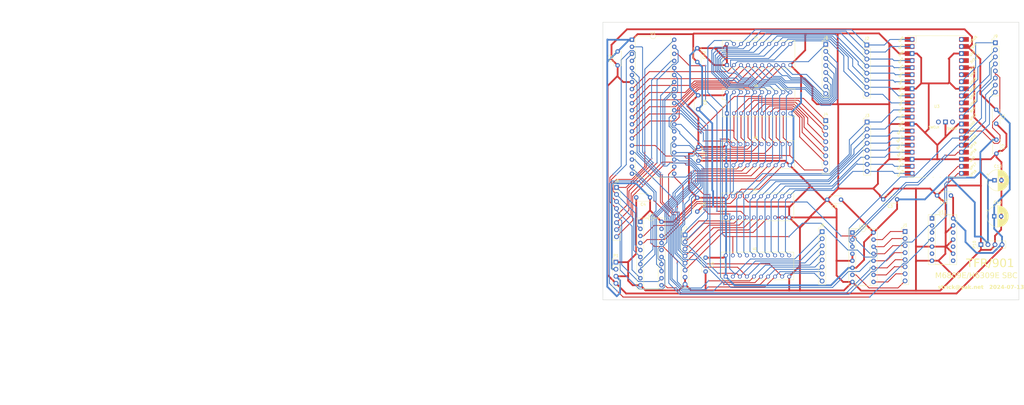
<source format=kicad_pcb>
(kicad_pcb (version 20221018) (generator pcbnew)
  (title_block (title "TFR/901 M6809E/H6309E SBC") (date "2024-07-13") (rev "2024-07-13") (company "Henry Strickland strick@yak.net"))
  (layers (0 "F.Cu" jumper) (31 "B.Cu" signal) (34 "B.Paste" user) (35 "F.Paste" user) (36 "B.SilkS" user "B.Silkscreen") (37 "F.SilkS" user "F.Silkscreen") (38 "B.Mask" user) (39 "F.Mask" user) (44 "Edge.Cuts" user))
  (net 0 "")
  (net 1 "GND")
  (net 2 "+5V")
  (net 3 "+3V3")
  (net 4 "/D1")
  (net 5 "/D3")
  (net 6 "/D5")
  (net 7 "/D7")
  (net 8 "/A0")
  (net 9 "/A2")
  (net 10 "/A4")
  (net 11 "/A6")
  (net 12 "/A8")
  (net 13 "/A10")
  (net 14 "/A12")
  (net 15 "/A13")
  (net 16 "/A15")
  (net 17 "/D0")
  (net 18 "/D2")
  (net 19 "/D4")
  (net 20 "/D6")
  (net 21 "/A1")
  (net 22 "/A3")
  (net 23 "/A5")
  (net 24 "/A7")
  (net 25 "/A9")
  (net 26 "/A11")
  (net 27 "/A14")
  (net 28 "/{slash}NMI")
  (net 29 "/{slash}IRQ")
  (net 30 "/{slash}FIRQ")
  (net 31 "/BS")
  (net 32 "/BA")
  (net 33 "/R{slash}W")
  (net 34 "/BUSY")
  (net 35 "/AVMA")
  (net 36 "/{slash}RESET")
  (net 37 "/LIC")
  (net 38 "/TSC")
  (net 40 "/{slash}HALT")
  (net 46 "/G0")
  (net 47 "/G1")
  (net 48 "/G2")
  (net 49 "/G3")
  (net 50 "/G4")
  (net 51 "/G5")
  (net 52 "/G6")
  (net 53 "/G7")
  (net 54 "/G8")
  (net 55 "/G9")
  (net 56 "/G10")
  (net 57 "/G11")
  (net 58 "/G12")
  (net 59 "/G13")
  (net 60 "/G14")
  (net 61 "/G15")
  (net 62 "/G16")
  (net 63 "/G17")
  (net 64 "/G18")
  (net 65 "/G19")
  (net 66 "/G20")
  (net 67 "/G21")
  (net 68 "/G22")
  (net 69 "/G26")
  (net 70 "/G27")
  (net 71 "/G28")
  (net 72 "/ECLK")
  (net 73 "/QCLK")
  (net 74 "/{slash}Y1")
  (net 75 "/{slash}Y2")
  (net 76 "/{slash}Y3")
  (net 77 "/{slash}Y0")
  (net 78 "/{slash}Y4")
  (net 79 "/{slash}Y5")
  (net 80 "/{slash}Y6")
  (net 81 "/{slash}Y7")
  (footprint "Connector_PinHeader_2.54mm:PinHeader_1x08_P2.54mm_Vertical" (layer "F.Cu") (at 129 125.44)
    (fp_text reference "J6")
    (fp_text value "Conn_01x08")
  )
  (footprint "Package_DIP:DIP-16_W7.62mm_Socket" (layer "F.Cu") (at 139.9 125.76)
    (fp_text reference "U10")
    (fp_text value "74LVC138")
  )
  (footprint "Capacitor_THT:C_Disc_D5.0mm_W2.5mm_P5.00mm" (layer "F.Cu") (at 156 113.8 180)
    (fp_text reference "C3")
    (fp_text value "0.1uF")
  )
  (footprint "Capacitor_THT:C_Disc_D5.0mm_W2.5mm_P5.00mm" (layer "F.Cu") (at 84.4 94.9 -90)
    (fp_text reference "C7")
    (fp_text value "0.1uF")
  )
  (footprint "Connector_PinHeader_2.54mm:PinHeader_1x08_P2.54mm_Vertical" (layer "F.Cu") (at 130.3 85.42)
    (fp_text reference "J4")
    (fp_text value "Conn_01x08")
  )
  (footprint "Capacitor_THT:C_Disc_D5.0mm_W2.5mm_P5.00mm" (layer "F.Cu") (at 87 134.8 -90)
    (fp_text reference "C5")
    (fp_text value "0.1uF")
  )
  (footprint "Capacitor_THT:C_Disc_D5.0mm_W2.5mm_P5.00mm" (layer "F.Cu") (at 191.8 92.3 -90)
    (fp_text reference "C2")
    (fp_text value "0.1uF")
  )
  (footprint "Connector_PinHeader_2.54mm:PinHeader_1x08_P2.54mm_Vertical" (layer "F.Cu") (at 79.6 126.6)
    (fp_text reference "J7")
    (fp_text value "Conn_01x08")
  )
  (footprint "RPi_Pico:RPi_PicoW_SMD_TH" (layer "F.Cu") (at 170.31 80.29)
    (fp_text reference "U3")
    (fp_text value "Pico")
  )
  (footprint "LOGIC-SN74LVC245AN_DIP20-7.62MM_:DIP20-2.54-26.2X7.62MM" (layer "F.Cu") (at 106.1 61.6)
    (property "VALUE" "TRANSCEIVER-8BIT")
    (fp_text reference "U4")
    (fp_text value "SN74LVC245A")
  )
  (footprint "Connector_PinHeader_2.54mm:PinHeader_1x04_P2.54mm_Vertical" (layer "F.Cu") (at 54.7 136.42)
    (fp_text reference "P1")
    (fp_text value "Power Bus")
  )
  (footprint "Connector_PinHeader_2.54mm:PinHeader_1x08_P2.54mm_Vertical" (layer "F.Cu") (at 158.88 125.38)
    (fp_text reference "J1")
    (fp_text value "Conn_01x08")
  )
  (footprint "Connector_PinHeader_2.54mm:PinHeader_1x08_P2.54mm_Vertical" (layer "F.Cu") (at 191.4 57.36)
    (fp_text reference "J9")
    (fp_text value "Conn_01x08")
  )
  (footprint "Capacitor_THT:C_Disc_D5.0mm_W2.5mm_P5.00mm" (layer "F.Cu") (at 84.3 76.3 -90)
    (fp_text reference "C8")
    (fp_text value "0.1uF")
  )
  (footprint "Connector_PinHeader_2.54mm:PinHeader_1x04_P2.54mm_Vertical" (layer "F.Cu") (at 186.2 130.1 90)
    (fp_text reference "P10")
    (fp_text value "Power Bus")
  )
  (footprint "Connector_PinHeader_2.54mm:PinHeader_1x08_P2.54mm_Vertical" (layer "F.Cu") (at 130.3 57.92)
    (fp_text reference "J5")
    (fp_text value "Conn_01x08")
  )
  (footprint "Capacitor_THT:C_Disc_D5.0mm_W2.5mm_P5.00mm" (layer "F.Cu") (at 67 113.1 180)
    (fp_text reference "C4")
    (fp_text value "0.1uF")
  )
  (footprint "LOGIC-SN74LVC245AN_DIP20-7.62MM_:DIP20-2.54-26.2X7.62MM" (layer "F.Cu") (at 105.7 116.5)
    (property "VALUE" "TRANSCEIVER-8BIT")
    (fp_text reference "U6")
    (fp_text value "SN74LVC245A")
  )
  (footprint "Connector_PinHeader_2.54mm:PinHeader_1x08_P2.54mm_Vertical" (layer "F.Cu") (at 54.9 109.48)
    (fp_text reference "J8")
    (fp_text value "Conn_01x08")
  )
  (footprint "LOGIC-SN74LVC245AN_DIP20-7.62MM_:DIP20-2.54-26.2X7.62MM" (layer "F.Cu") (at 105.9 97.7)
    (property "VALUE" "TRANSCEIVER-8BIT")
    (fp_text reference "U8")
    (fp_text value "SN74LVC245A")
  )
  (footprint "LOGIC-SN74LVC245AN_DIP20-7.62MM_:DIP20-2.54-26.2X7.62MM" (layer "F.Cu") (at 106.1 79)
    (property "VALUE" "TRANSCEIVER-8BIT")
    (fp_text reference "U5")
    (fp_text value "SN74LVC245A")
  )
  (footprint "Capacitor_THT:C_Disc_D5.0mm_W2.5mm_P5.00mm" (layer "F.Cu") (at 84 59.3 -90)
    (fp_text reference "C10")
    (fp_text value "0.1uF")
  )
  (footprint "Connector_PinHeader_2.54mm:PinHeader_1x08_P2.54mm_Vertical" (layer "F.Cu") (at 145.1 58.16)
    (fp_text reference "J2")
    (fp_text value "Conn_01x08")
  )
  (footprint "Capacitor_THT:C_Disc_D5.0mm_W2.5mm_P5.00mm" (layer "F.Cu") (at 135.8 113.9 180)
    (fp_text reference "C9")
    (fp_text value "0.1uF")
  )
  (footprint "Capacitor_THT:CP_Radial_D7.5mm_P2.50mm" (layer "F.Cu") (at 191 119.9)
    (fp_text reference "C40")
    (fp_text value "47uF")
  )
  (footprint "Capacitor_THT:CP_Radial_D7.5mm_P2.50mm" (layer "F.Cu") (at 191.1 106.9)
    (fp_text reference "C13")
    (fp_text value "47uF")
  )
  (footprint "LOGIC-SN74LVC245AN_DIP20-7.62MM_:DIP20-2.54-26.2X7.62MM" (layer "F.Cu") (at 105.7 137.8)
    (property "VALUE" "TRANSCEIVER-8BIT")
    (fp_text reference "U2")
    (fp_text value "SN74LVC245A")
  )
  (footprint "Connector_PinHeader_2.54mm:PinHeader_1x08_P2.54mm_Vertical" (layer "F.Cu") (at 145.2 85.92)
    (fp_text reference "J3")
    (fp_text value "Conn_01x08")
  )
  (footprint "Capacitor_THT:C_Disc_D5.0mm_W2.5mm_P5.00mm" (layer "F.Cu") (at 191.7 81.5 -90)
    (fp_text reference "C1")
    (fp_text value "0.1uF")
  )
  (footprint "Capacitor_THT:C_Disc_D5.0mm_W2.5mm_P5.00mm" (layer "F.Cu") (at 175.4 112.4 180)
    (fp_text reference "C11")
    (fp_text value "0.1uF")
  )
  (footprint "Capacitor_THT:C_Disc_D5.0mm_W2.5mm_P5.00mm" (layer "F.Cu") (at 84 113.2 -90)
    (fp_text reference "C6")
    (fp_text value "0.1uF")
  )
  (footprint "Package_DIP:DIP-14_W7.62mm_Socket" (layer "F.Cu") (at 168.58 120.66)
    (fp_text reference "U11")
    (fp_text value "74HC04")
  )
  (footprint "Capacitor_THT:C_Disc_D5.0mm_W2.5mm_P5.00mm" (layer "F.Cu") (at 55.3 65.5 90)
    (fp_text reference "C12")
    (fp_text value "0.1uF")
  )
  (footprint "Package_DIP:DIP-40_W15.24mm" (layer "F.Cu") (at 60.46 56.28)
    (fp_text reference "U1")
    (fp_text value "MC6809E")
  )
  (footprint "Package_DIP:DIP-20_W7.62mm_Socket" (layer "F.Cu") (at 63.5 121.88)
    (fp_text reference "U7")
    (fp_text value "74LVC273")
  )
  (gr_line (start 50 50) (end 199.9 50) (stroke (width 0.15)) (layer "Edge.Cuts"))
  (gr_line (start 199.9 150) (end 50 150) (stroke (width 0.15)) (layer "Edge.Cuts"))
  (gr_line (start 50 150) (end 50 50) (stroke (width 0.15)) (layer "Edge.Cuts"))
  (gr_line (start 199.9 50) (end 199.9 150) (stroke (width 0.15)) (layer "Edge.Cuts"))
  (gr_text "TFR/901" (at 180.9 138.7) (layer "F.SilkS") (effects (font (size 3 3)) (justify left bottom)))
  (gr_text "strick@yak.net   2024-07-13" (at 170.7 146.3) (layer "F.SilkS") (effects (font (size 1.4 1.4) (thickness 0.2)) (justify left bottom)))
  (gr_text "M6809E/H6309E SBC" (at 169.7 142.5) (layer "F.SilkS") (effects (font (size 2 2)) (justify left bottom)))
  (segment (start 193.5 124.7) (end 191.28 126.92) (width 0.635) (layer "F.Cu") (net 1))
  (segment (start 186.2 99.64) (end 186.5 99.34) (width 0.635) (layer "F.Cu") (net 1))
  (segment (start 161.42 86.64) (end 153.66 86.64) (width 0.635) (layer "F.Cu") (net 1))
  (segment (start 170.4 112.4) (end 174 108.8) (width 0.635) (layer "F.Cu") (net 1))
  (segment (start 176.5 141.7) (end 186.2 132) (width 0.635) (layer "F.Cu") (net 1))
  (segment (start 195.4 90.2) (end 195.4 94.8) (width 0.635) (layer "F.Cu") (net 1))
  (segment (start 121 146.6) (end 136.84 146.6) (width 0.635) (layer "F.Cu") (net 1))
  (segment (start 174.6 63.1) (end 176.46 61.24) (width 0.635) (layer "F.Cu") (net 1))
  (segment (start 134.6 54.2) (end 134.8 54) (width 0.635) (layer "F.Cu") (net 1))
  (segment (start 134.2 120.3) (end 134.2 135.9) (width 0.635) (layer "F.Cu") (net 1))
  (segment (start 193.6 106.9) (end 193.6 119.8) (width 0.635) (layer "F.Cu") (net 1))
  (segment (start 121.4 69.28) (end 125.5 73.38) (width 0.635) (layer "F.Cu") (net 1))
  (segment (start 117.13 120.31) (end 124.39 120.31) (width 0.635) (layer "F.Cu") (net 1))
  (segment (start 60.74 144.74) (end 63.5 144.74) (width 0.635) (layer "F.Cu") (net 1))
  (segment (start 134.8 79.7) (end 134.6 79.5) (width 0.635) (layer "F.Cu") (net 1))
  (segment (start 173.434 88.5954) (end 173.434 85.89) (width 0.635) (layer "F.Cu") (net 1))
  (segment (start 168.58 130.82) (end 173.5 130.82) (width 0.635) (layer "F.Cu") (net 1))
  (segment (start 171.5 146.7) (end 176.5 141.7) (width 0.635) (layer "F.Cu") (net 1))
  (segment (start 193.9 96.3) (end 192.8 96.3) (width 0.635) (layer "F.Cu") (net 1))
  (segment (start 168.58 135.9) (end 163.1 135.9) (width 0.635) (layer "F.Cu") (net 1))
  (segment (start 153.2 74.2) (end 153.2 57.7) (width 0.635) (layer "F.Cu") (net 1))
  (segment (start 191.56 86.64) (end 191.7 86.5) (width 0.635) (layer "F.Cu") (net 1))
  (segment (start 60.46 56.28) (end 62.480302 54.259698) (width 0.635) (layer "F.Cu") (net 1))
  (segment (start 117.2 116.6) (end 117.13 116.67) (width 0.635) (layer "F.Cu") (net 1))
  (segment (start 173.434 91.3009) (end 173.434 88.5954) (width 0.635) (layer "F.Cu") (net 1))
  (segment (start 186.1 108.8) (end 186.2 108.9) (width 0.635) (layer "F.Cu") (net 1))
  (segment (start 62 133.4) (end 59.1 136.3) (width 0.635) (layer "F.Cu") (net 1))
  (segment (start 186.2 108.9) (end 186.2 99.64) (width 0.635) (layer "F.Cu") (net 1))
  (segment (start 162.8 146.7) (end 171.5 146.7) (width 0.635) (layer "F.Cu") (net 1))
  (segment (start 125.5 77.9) (end 127.1 79.5) (width 0.635) (layer "F.Cu") (net 1))
  (segment (start 179.2 86.64) (end 178.095 86.64) (width 0.635) (layer "F.Cu") (net 1))
  (segment (start 136.54 143.54) (end 139.9 143.54) (width 0.635) (layer "F.Cu") (net 1))
  (segment (start 162.905 86.64) (end 166.032 89.7675) (width 0.635) (layer "F.Cu") (net 1))
  (segment (start 189.7 132) (end 186.2 132) (width 0.635) (layer "F.Cu") (net 1))
  (segment (start 161.42 99.34) (end 153.14 99.34) (width 0.635) (layer "F.Cu") (net 1))
  (segment (start 162.8 136.2) (end 162.8 130.7) (width 0.635) (layer "F.Cu") (net 1))
  (segment (start 189.76 99.34) (end 191.8 97.3) (width 0.635) (layer "F.Cu") (net 1))
  (segment (start 59.1 136.3) (end 59.1 141.3) (width 0.635) (layer "F.Cu") (net 1))
  (segment (start 191.7 86.5) (end 195.4 90.2) (width 0.635) (layer "F.Cu") (net 1))
  (segment (start 191.8 97.3) (end 191.8 98.6) (width 0.635) (layer "F.Cu") (net 1))
  (segment (start 136.84 146.6) (end 139.9 143.54) (width 0.635) (layer "F.Cu") (net 1))
  (segment (start 153.2 79.5) (end 153.2 74.2) (width 0.635) (layer "F.Cu") (net 1))
  (segment (start 173.5 125.9) (end 173.5 115.3) (width 0.635) (layer "F.Cu") (net 1))
  (segment (start 123.452499 54.052499) (end 82.756099 54.052499) (width 0.635) (layer "F.Cu") (net 1))
  (segment (start 134.8 54) (end 134.747501 54.052499) (width 0.635) (layer "F.Cu") (net 1))
  (segment (start 124.39 120.31) (end 124.4 120.3) (width 0.635) (layer "F.Cu") (net 1))
  (segment (start 139.9 133.38) (end 139.9 135.92) (width 0.635) (layer "F.Cu") (net 1))
  (segment (start 151 113.8) (end 154.9 109.9) (width 0.635) (layer "F.Cu") (net 1))
  (segment (start 161.42 86.64) (end 162.905 86.64) (width 0.635) (layer "F.Cu") (net 1))
  (segment (start 143.06 146.7) (end 162.8 146.7) (width 0.635) (layer "F.Cu") (net 1))
  (segment (start 162.8 130.7) (end 162.8 109.9) (width 0.635) (layer "F.Cu") (net 1))
  (segment (start 87 139.8) (end 87 146.6) (width 0.635) (layer "F.Cu") (net 1))
  (segment (start 134.2 135.9) (end 134.2 141.2) (width 0.635) (layer "F.Cu") (net 1))
  (segment (start 168.58 135.9) (end 170.9 135.9) (width 0.635) (layer "F.Cu") (net 1))
  (segment (start 153.46 73.94) (end 153.2 74.2) (width 0.635) (layer "F.Cu") (net 1))
  (segment (start 153.2 57.7) (end 149.5 54) (width 0.635) (layer "F.Cu") (net 1))
  (segment (start 162.8 146.7) (end 162.8 136.2) (width 0.635) (layer "F.Cu") (net 1))
  (segment (start 161.42 99.34) (end 170.5 99.34) (width 0.635) (layer "F.Cu") (net 1))
  (segment (start 139.9 135.92) (end 134.22 135.92) (width 0.635) (layer "F.Cu") (net 1))
  (segment (start 134.2 141.2) (end 136.54 143.54) (width 0.635) (layer "F.Cu") (net 1))
  (segment (start 174 108.8) (end 186.1 108.8) (width 0.635) (layer "F.Cu") (net 1))
  (segment (start 164.7 72) (end 167.4 72) (width 0.635) (layer "F.Cu") (net 1))
  (segment (start 121 137.74) (end 117.13 141.61) (width 0.635) (layer "F.Cu") (net 1))
  (segment (start 173.5 125.9) (end 173.5 130.82) (width 0.635) (layer "F.Cu") (net 1))
  (segment (start 186.5 99.34) (end 189.76 99.34) (width 0.635) (layer "F.Cu") (net 1))
  (segment (start 173.5 115.3) (end 172.2 114) (width 0.635) (layer "F.Cu") (net 1))
  (segment (start 193.6 100.4) (end 193.6 106.9) (width 0.635) (layer "F.Cu") (net 1))
  (segment (start 176.2 133.36) (end 173.66 130.82) (width 0.635) (layer "F.Cu") (net 1))
  (segment (start 179.2 73.94) (end 177.14 73.94) (width 0.635) (layer "F.Cu") (net 1))
  (segment (start 172.2 114) (end 172 114) (width 0.635) (layer "F.Cu") (net 1))
  (segment (start 170.5 94.235) (end 170.5 99.34) (width 0.635) (layer "F.Cu") (net 1))
  (segment (start 153.14 99.34) (end 153.1 99.3) (width 0.635) (layer "F.Cu") (net 1))
  (segment (start 82.756099 54.052499) (end 82.5489 54.259698) (width 0.635) (layer "F.Cu") (net 1))
  (segment (start 84.4 99.9) (end 89.4 99.9) (width 0.635) (layer "F.Cu") (net 1))
  (segment (start 153.2 87.1) (end 153.2 79.5) (width 0.635) (layer "F.Cu") (net 1))
  (segment (start 191.28 130.42) (end 189.7 132) (width 0.635) (layer "F.Cu") (net 1))
  (segment (start 178.095 86.64) (end 173.434 91.3009) (width 0.635) (layer "F.Cu") (net 1))
  (segment (start 186.2 132) (end 186.2 130.1) (width 0.635) (layer "F.Cu") (net 1))
  (segment (start 79.6 144.38) (end 81.82 146.6) (width 0.635) (layer "F.Cu") (net 1))
  (segment (start 170.9 135.9) (end 176.5 141.5) (width 0.635) (layer "F.Cu") (net 1))
  (segment (start 117.53 65.41) (end 121.4 69.28) (width 0.635) (layer "F.Cu") (net 1))
  (segment (start 82.5489 54.259698) (end 82.5489 62.8489) (width 0.635) (layer "F.Cu") (net 1))
  (segment (start 84 118.2) (end 85.8 116.4) (width 0.635) (layer "F.Cu") (net 1))
  (segment (start 58.9 141.5) (end 59.1 141.3) (width 0.635) (layer "F.Cu") (net 1))
  (segment (start 174.4 72) (end 174.8 71.6) (width 0.635) (layer "F.Cu") (net 1))
  (segment (start 134.6 79.5) (end 134.6 54.2) (width 0.635) (layer "F.Cu") (net 1))
  (segment (start 162.76 73.94) (end 161.42 73.94) (width 0.635) (layer "F.Cu") (net 1))
  (segment (start 168.58 130.82) (end 162.92 130.82) (width 0.635) (layer "F.Cu") (net 1))
  (segment (start 62 113.1) (end 62 133.4) (width 0.635) (layer "F.Cu") (net 1))
  (segment (start 153.66 86.64) (end 153.2 87.1) (width 0.635) (layer "F.Cu") (net 1))
  (segment (start 79.6 144.38) (end 77.38 146.6) (width 0.635) (layer "F.Cu") (net 1))
  (segment (start 121 124.18) (end 121 124) (width 0.635) (layer "F.Cu") (net 1))
  (segment (start 167.4 88.4) (end 166.032 89.7675) (width 0.635) (layer "F.Cu") (net 1))
  (segment (start 170.5 99.34) (end 179.2 99.34) (width 0.635) (layer "F.Cu") (net 1))
  (segment (start 191.28 130.1) (end 191.28 130.42) (width 0.635) (layer "F.Cu") (net 1))
  (segment (start 174.8 63.3) (end 174.6 63.1) (width 0.635) (layer "F.Cu") (net 1))
  (segment (start 173.434 91.3009) (end 170.5 94.235) (width 0.635) (layer "F.Cu") (net 1))
  (segment (start 192.8 96.3) (end 191.8 97.3) (width 0.635) (layer "F.Cu") (net 1))
  (segment (start 123.452499 54.052499) (end 122.9 54.604998) (width 0.635) (layer "F.Cu") (net 1))
  (segment (start 149.8 112.3) (end 149.8 112.6) (width 0.635) (layer "F.Cu") (net 1))
  (segment (start 121 124.18) (end 121 137.74) (width 0.635) (layer "F.Cu") (net 1))
  (segment (start 149.8 112.6) (end 151 113.8) (width 0.635) (layer "F.Cu") (net 1))
  (segment (start 81.82 146.6) (end 87 146.6) (width 0.635) (layer "F.Cu") (net 1))
  (segment (start 173.4 133.4) (end 173.4 130.92) (width 0.635) (layer "F.Cu") (net 1))
  (segment (start 124.66 108.84) (end 129.72 113.9) (width 0.635) (layer "F.Cu") (net 1))
  (segment (start 193.6 119.8) (end 193.5 119.9) (width 0.635) (layer "F.Cu") (net 1))
  (segment (start 127.1 79.5) (end 134.6 79.5) (width 0.635) (layer "F.Cu") (net 1))
  (segment (start 154.9 109.9) (end 162.8 109.9) (width 0.635) (layer "F.Cu") (net 1))
  (segment (start 149.1 103.3) (end 149.1 108.2) (width 0.635) (layer "F.Cu") (net 1))
  (segment (start 173.5 130.82) (end 173.66 130.82) (width 0.635) (layer "F.Cu") (net 1))
  (segment (start 117 116.4) (end 117.2 116.6) (width 0.635) (layer "F.Cu") (net 1))
  (segment (start 130.8 113.9) (end 134.8 109.9) (width 0.635) (layer "F.Cu") (net 1))
  (segment (start 195.4 94.8) (end 193.9 96.3) (width 0.635) (layer "F.Cu") (net 1))
  (segment (start 79.6 141.84) (end 79.6 144.38) (width 0.635) (layer "F.Cu") (net 1))
  (segment (start 173.4341 88.5953) (end 173.4341 85.89) (width 0.635) (layer "F.Cu") (net 1))
  (segment (start 134.22 135.92) (end 134.2 135.9) (width 0.635) (layer "F.Cu") (net 1))
  (segment (start 164.7 72) (end 162.76 73.94) (width 0.635) (layer "F.Cu") (net 1))
  (segment (start 117.2 116.6) (end 124.66 109.14) (width 0.635) (layer "F.Cu") (net 1))
  (segment (start 112.05 120.31) (end 114.59 120.31) (width 0.635) (layer "F.Cu") (net 1))
  (segment (start 77.38 146.6) (end 65.36 146.6) (width 0.635) (layer "F.Cu") (net 1))
  (segment (start 54.7 141.5) (end 58.9 141.5) (width 0.635) (layer "F.Cu") (net 1))
  (segment (start 167.4 72) (end 174.4 72) (width 0.635) (layer "F.Cu") (net 1))
  (segment (start 164.7 62.8) (end 164.7 72) (width 0.635) (layer "F.Cu") (net 1))
  (segment (start 153.1 99.3) (end 149.1 103.3) (width 0.635) (layer "F.Cu") (net 1))
  (segment (start 176.46 61.24) (end 179.2 61.24) (width 0.635) (layer "F.Cu") (net 1))
  (segment (start 117.13 120.31) (end 121 124.18) (width 0.635) (layer "F.Cu") (net 1))
  (segment (start 124.4 120.3) (end 124.7 120.3) (width 0.635) (layer "F.Cu") (net 1))
  (segment (start 134.8 109.9) (end 147.4 109.9) (width 0.635) (layer "F.Cu") (net 1))
  (segment (start 65.36 146.6) (end 63.5 144.74) (width 0.635) (layer "F.Cu") (net 1))
  (segment (start 161.42 61.24) (end 156.74 61.24) (width 0.635) (layer "F.Cu") (net 1))
  (segment (start 176.5 141.5) (end 176.5 141.7) (width 0.635) (layer "F.Cu") (net 1))
  (segment (start 156.74 61.24) (end 153.2 57.7) (width 0.635) (layer "F.Cu") (net 1))
  (segment (start 121 137.74) (end 121 146.6) (width 0.635) (layer "F.Cu") (net 1))
  (segment (start 167.9 109.9) (end 170.4 112.4) (width 0.635) (layer "F.Cu") (net 1))
  (segment (start 59.1 141.3) (end 59.1 143.1) (width 0.635) (layer "F.Cu") (net 1))
  (segment (start 125.5 73.38) (end 125.5 77.9) (width 0.635) (layer "F.Cu") (net 1))
  (segment (start 87 146.6) (end 117.1 146.6) (width 0.635) (layer "F.Cu") (net 1))
  (segment (start 124.39 120.31) (end 130.8 113.9) (width 0.635) (layer "F.Cu") (net 1))
  (segment (start 147.4 109.9) (end 149.8 112.3) (width 0.635) (layer "F.Cu") (net 1))
  (segment (start 161.42 61.24) (end 163.14 61.24) (width 0.635) (layer "F.Cu") (net 1))
  (segment (start 122.9 60.04) (end 117.53 65.41) (width 0.635) (layer "F.Cu") (net 1))
  (segment (start 58.98 136.42) (end 59.1 136.3) (width 0.635) (layer "F.Cu") (net 1))
  (segment (start 191.28 126.92) (end 191.28 130.1) (width 0.635) (layer "F.Cu") (net 1))
  (segment (start 149.1 108.2) (end 147.4 109.9) (width 0.635) (layer "F.Cu") (net 1))
  (segment (start 134.2 117.3) (end 134.2 120.3) (width 0.635) (layer "F.Cu") (net 1))
  (segment (start 163.14 61.24) (end 164.7 62.8) (width 0.635) (layer "F.Cu") (net 1))
  (segment (start 62.480302 54.259698) (end 82.5489 54.259698) (width 0.635) (layer "F.Cu") (net 1))
  (segment (start 166.032 89.7675) (end 170.5 94.235) (width 0.635) (layer "F.Cu") (net 1))
  (segment (start 162.8 109.9) (end 167.9 109.9) (width 0.635) (layer "F.Cu") (net 1))
  (segment (start 177.14 73.94) (end 174.8 71.6) (width 0.635) (layer "F.Cu") (net 1))
  (segment (start 82.5489 62.8489) (end 84 64.3) (width 0.635) (layer "F.Cu") (net 1))
  (segment (start 117.1 146.6) (end 121 146.6) (width 0.635) (layer "F.Cu") (net 1))
  (segment (start 163.1 135.9) (end 162.8 136.2) (width 0.635) (layer "F.Cu") (net 1))
  (segment (start 121.4 69.28) (end 121.4 75.3938) (width 0.635) (layer "F.Cu") (net 1))
  (segment (start 170.9 135.9) (end 173.4 133.4) (width 0.635) (layer "F.Cu") (net 1))
  (segment (start 117.33 101.51) (end 124.66 108.84) (width 0.635) (layer "F.Cu") (net 1))
  (segment (start 134.6 79.5) (end 153.2 79.5) (width 0.635) (layer "F.Cu") (net 1))
  (segment (start 89.4 99.9) (end 115.72 99.9) (width 0.635) (layer "F.Cu") (net 1))
  (segment (start 149.5 54) (end 134.8 54) (width 0.635) (layer "F.Cu") (net 1))
  (segment (start 117.13 116.67) (end 117.13 120.31) (width 0.635) (layer "F.Cu") (net 1))
  (segment (start 139.9 143.54) (end 143.06 146.7) (width 0.635) (layer "F.Cu") (net 1))
  (segment (start 130.8 113.9) (end 134.2 117.3) (width 0.635) (layer "F.Cu") (net 1))
  (segment (start 172 114) (end 170.4 112.4) (width 0.635) (layer "F.Cu") (net 1))
  (segment (start 117.13 146.57) (end 117.1 146.6) (width 0.635) (layer "F.Cu") (net 1))
  (segment (start 117.13 141.61) (end 117.13 146.57) (width 0.635) (layer "F.Cu") (net 1))
  (segment (start 59.1 143.1) (end 60.74 144.74) (width 0.635) (layer "F.Cu") (net 1))
  (segment (start 186.2 130.1) (end 186.2 108.9) (width 0.635) (layer "F.Cu") (net 1))
  (segment (start 161.42 73.94) (end 153.46 73.94) (width 0.635) (layer "F.Cu") (net 1))
  (segment (start 173.434 88.5954) (end 173.4341 88.5953) (width 0.635) (layer "F.Cu") (net 1))
  (segment (start 173.66 130.82) (end 176.2 128.28) (width 0.635) (layer "F.Cu") (net 1))
  (segment (start 134.747501 54.052499) (end 123.452499 54.052499) (width 0.635) (layer "F.Cu") (net 1))
  (segment (start 176.2 123.2) (end 173.5 125.9) (width 0.635) (layer "F.Cu") (net 1))
  (segment (start 89.7 116.4) (end 117 116.4) (width 0.635) (layer "F.Cu") (net 1))
  (segment (start 153.14 99.34) (end 153.2 99.28) (width 0.635) (layer "F.Cu") (net 1))
  (segment (start 173.4 130.92) (end 173.5 130.82) (width 0.635) (layer "F.Cu") (net 1))
  (segment (start 191.8 98.6) (end 193.6 100.4) (width 0.635) (layer "F.Cu") (net 1))
  (segment (start 114.59 120.31) (end 117.13 120.31) (width 0.635) (layer "F.Cu") (net 1))
  (segment (start 122.9 54.604998) (end 122.9 60.04) (width 0.635) (layer "F.Cu") (net 1))
  (segment (start 162.92 130.82) (end 162.8 130.7) (width 0.635) (layer "F.Cu") (net 1))
  (segment (start 179.2 99.34) (end 186.5 99.34) (width 0.635) (layer "F.Cu") (net 1))
  (segment (start 124.7 120.3) (end 134.2 120.3) (width 0.635) (layer "F.Cu") (net 1))
  (segment (start 153.2 99.28) (end 153.2 87.1) (width 0.635) (layer "F.Cu") (net 1))
  (segment (start 85.8 116.4) (end 89.7 116.4) (width 0.635) (layer "F.Cu") (net 1))
  (segment (start 167.4 72) (end 167.4 88.4) (width 0.635) (layer "F.Cu") (net 1))
  (segment (start 121 124) (end 124.7 120.3) (width 0.635) (layer "F.Cu") (net 1))
  (segment (start 54.7 136.42) (end 58.98 136.42) (width 0.635) (layer "F.Cu") (net 1))
  (segment (start 134.8 109.9) (end 134.8 79.7) (width 0.635) (layer "F.Cu") (net 1))
  (segment (start 115.72 99.9) (end 117.33 101.51) (width 0.635) (layer "F.Cu") (net 1))
  (segment (start 174.8 71.6) (end 174.8 63.3) (width 0.635) (layer "F.Cu") (net 1))
  (segment (start 129.72 113.9) (end 130.8 113.9) (width 0.635) (layer "F.Cu") (net 1))
  (segment (start 193.5 119.9) (end 193.5 124.7) (width 0.635) (layer "F.Cu") (net 1))
  (segment (start 124.66 109.14) (end 124.66 108.84) (width 0.635) (layer "F.Cu") (net 1))
  (via (at 121.4 75.3938) (size 0.5588) (drill 0.254) (layers "F.Cu" "B.Cu") (net 1))
  (via (at 89.4 99.9) (size 0.5588) (drill 0.254) (layers "F.Cu" "B.Cu") (net 1))
  (via (at 89.7 116.4) (size 0.5588) (drill 0.254) (layers "F.Cu" "B.Cu") (net 1))
  (segment (start 51.68 56.28) (end 60.46 56.28) (width 0.635) (layer "B.Cu") (net 1))
  (segment (start 89.7 110.8) (end 89.7 116.4) (width 0.635) (layer "B.Cu") (net 1))
  (segment (start 118.665 83.945) (end 118.665 100.175) (width 0.635) (layer "B.Cu") (net 1))
  (segment (start 117.53 82.81) (end 121.4 78.94) (width 0.635) (layer "B.Cu") (net 1))
  (segment (start 89.4 99.9) (end 89.4 86.4) (width 0.635) (layer "B.Cu") (net 1))
  (segment (start 85.7573 79.8427) (end 84.3 81.3) (width 0.635) (layer "B.Cu") (net 1))
  (segment (start 51.75 64.05) (end 51.5734 64.2266) (width 0.635) (layer "B.Cu") (net 1))
  (segment (start 117.53 82.81) (end 118.665 83.945) (width 0.635) (layer "B.Cu") (net 1))
  (segment (start 51.5734 64.2266) (end 51.5734 145.2734) (width 0.635) (layer "B.Cu") (net 1))
  (segment (start 89.4 86.4) (end 84.3 81.3) (width 0.635) (layer "B.Cu") (net 1))
  (segment (start 121.4 78.94) (end 121.4 75.3938) (width 0.635) (layer "B.Cu") (net 1))
  (segment (start 85.7573 66.0573) (end 85.7573 79.8427) (width 0.635) (layer "B.Cu") (net 1))
  (segment (start 89.4 110.5) (end 89.7 110.8) (width 0.635) (layer "B.Cu") (net 1))
  (segment (start 55.3 60.5) (end 59.52 56.28) (width 0.635) (layer "B.Cu") (net 1))
  (segment (start 56.185 147.515) (end 56.185 142.985) (width 0.635) (layer "B.Cu") (net 1))
  (segment (start 55 148.7) (end 56.185 147.515) (width 0.635) (layer "B.Cu") (net 1))
  (segment (start 51.6 56.2) (end 51.68 56.28) (width 0.635) (layer "B.Cu") (net 1))
  (segment (start 59.52 56.28) (end 60.46 56.28) (width 0.635) (layer "B.Cu") (net 1))
  (segment (start 51.6 63.9) (end 51.6 56.2) (width 0.635) (layer "B.Cu") (net 1))
  (segment (start 84 64.3) (end 85.7573 66.0573) (width 0.635) (layer "B.Cu") (net 1))
  (segment (start 118.665 100.175) (end 117.33 101.51) (width 0.635) (layer "B.Cu") (net 1))
  (segment (start 51.5734 145.2734) (end 55 148.7) (width 0.635) (layer "B.Cu") (net 1))
  (segment (start 51.75 64.05) (end 51.6 63.9) (width 0.635) (layer "B.Cu") (net 1))
  (segment (start 89.4 99.9) (end 89.4 110.5) (width 0.635) (layer "B.Cu") (net 1))
  (segment (start 55.3 60.5) (end 51.75 64.05) (width 0.635) (layer "B.Cu") (net 1))
  (segment (start 56.185 142.985) (end 54.7 141.5) (width 0.635) (layer "B.Cu") (net 1))
  (segment (start 58.36 147.7) (end 177.422 147.7) (width 0.635) (layer "F.Cu") (net 2))
  (segment (start 176.2 120.66) (end 176.2 113.2) (width 0.635) (layer "F.Cu") (net 2))
  (segment (start 193.82 131.302) (end 193.82 130.1) (width 0.635) (layer "F.Cu") (net 2))
  (segment (start 180.31 52.5) (end 183 55.19) (width 0.635) (layer "F.Cu") (net 2))
  (segment (start 51.7005 141.04) (end 51.7005 72.8995) (width 0.635) (layer "F.Cu") (net 2))
  (segment (start 55.2 69.4) (end 55.3 69.3) (width 0.635) (layer "F.Cu") (net 2))
  (segment (start 57.32 71.52) (end 55.2 69.4) (width 0.635) (layer "F.Cu") (net 2))
  (segment (start 176.2 113.2) (end 175.4 112.4) (width 0.635) (layer "F.Cu") (net 2))
  (segment (start 177.422 147.7) (end 193.82 131.302) (width 0.635) (layer "F.Cu") (net 2))
  (segment (start 55.3 65.5) (end 53.1 63.3) (width 0.635) (layer "F.Cu") (net 2))
  (segment (start 60.46 71.52) (end 57.32 71.52) (width 0.635) (layer "F.Cu") (net 2))
  (segment (start 53.1 63.3) (end 53.1 58.1) (width 0.635) (layer "F.Cu") (net 2))
  (segment (start 183 57.9) (end 182.2 58.7) (width 0.635) (layer "F.Cu") (net 2))
  (segment (start 54.7 144.04) (end 51.7005 141.04) (width 0.635) (layer "F.Cu") (net 2))
  (segment (start 54.7 144.04) (end 58.36 147.7) (width 0.635) (layer "F.Cu") (net 2))
  (segment (start 58.7 52.5) (end 180.31 52.5) (width 0.635) (layer "F.Cu") (net 2))
  (segment (start 182.2 58.7) (end 179.2 58.7) (width 0.635) (layer "F.Cu") (net 2))
  (segment (start 191.7 81.5) (end 186 75.8) (width 0.635) (layer "F.Cu") (net 2))
  (segment (start 55.3 69.3) (end 55.3 65.5) (width 0.635) (layer "F.Cu") (net 2))
  (segment (start 186 75.8) (end 186 63.27) (width 0.635) (layer "F.Cu") (net 2))
  (segment (start 183 55.19) (end 183 57.9) (width 0.635) (layer "F.Cu") (net 2))
  (segment (start 186 63.27) (end 181.43 58.7) (width 0.635) (layer "F.Cu") (net 2))
  (segment (start 51.7005 72.8995) (end 55.2 69.4) (width 0.635) (layer "F.Cu") (net 2))
  (segment (start 53.1 58.1) (end 58.7 52.5) (width 0.635) (layer "F.Cu") (net 2))
  (segment (start 181.43 58.7) (end 179.2 58.7) (width 0.635) (layer "F.Cu") (net 2))
  (segment (start 180.645 125.105) (end 176.2 120.66) (width 0.635) (layer "B.Cu") (net 2))
  (segment (start 196.6 86.4) (end 191.7 81.5) (width 0.635) (layer "B.Cu") (net 2))
  (segment (start 193.82 129.543) (end 193.82 129.782) (width 0.635) (layer "B.Cu") (net 2))
  (segment (start 180.645 129.145) (end 180.645 125.105) (width 0.635) (layer "B.Cu") (net 2))
  (segment (start 193.82 129.543) (end 193.82 129.782) (width 0.635) (layer "B.Cu") (net 2))
  (segment (start 193.82 129.782) (end 190.502 133.1) (width 0.635) (layer "B.Cu") (net 2))
  (segment (start 193.82 127.22) (end 193.82 129.543) (width 0.635) (layer "B.Cu") (net 2))
  (segment (start 191 124.4) (end 193.82 127.22) (width 0.635) (layer "B.Cu") (net 2))
  (segment (start 184.6 133.1) (end 180.645 129.145) (width 0.635) (layer "B.Cu") (net 2))
  (segment (start 191 115.9) (end 196.6 110.3) (width 0.635) (layer "B.Cu") (net 2))
  (segment (start 190.502 133.1) (end 184.6 133.1) (width 0.635) (layer "B.Cu") (net 2))
  (segment (start 196.6 110.3) (end 196.6 86.4) (width 0.635) (layer "B.Cu") (net 2))
  (segment (start 191 119.9) (end 191 115.9) (width 0.635) (layer "B.Cu") (net 2))
  (segment (start 193.82 129.782) (end 193.82 130.1) (width 0.635) (layer "B.Cu") (net 2))
  (segment (start 191 119.9) (end 191 124.4) (width 0.635) (layer "B.Cu") (net 2))
  (segment (start 156 113.8) (end 156 117.28) (width 0.635) (layer "F.Cu") (net 3))
  (segment (start 93.46 134.8) (end 94.27 133.99) (width 0.635) (layer "F.Cu") (net 3))
  (segment (start 141.24 138.46) (end 144.1 135.6) (width 0.635) (layer "F.Cu") (net 3))
  (segment (start 183.8 84.3) (end 191.8 92.3) (width 0.635) (layer "F.Cu") (net 3))
  (segment (start 156 117.28) (end 147.52 125.76) (width 0.635) (layer "F.Cu") (net 3))
  (segment (start 90 65.3) (end 90.1 65.3) (width 0.635) (layer "F.Cu") (net 3))
  (segment (start 93.16 59.3) (end 94.67 57.79) (width 0.635) (layer "F.Cu") (net 3))
  (segment (start 67 113.1) (end 67 117.76) (width 0.635) (layer "F.Cu") (net 3))
  (segment (start 81 110.2) (end 84 113.2) (width 0.635) (layer "F.Cu") (net 3))
  (segment (start 93.76 113.2) (end 94.27 112.69) (width 0.635) (layer "F.Cu") (net 3))
  (segment (start 84 113.2) (end 93.76 113.2) (width 0.635) (layer "F.Cu") (net 3))
  (segment (start 93.46 94.9) (end 94.47 93.89) (width 0.635) (layer "F.Cu") (net 3))
  (segment (start 135.8 113.9) (end 147.52 125.62) (width 0.635) (layer "F.Cu") (net 3))
  (segment (start 144.1 129.18) (end 147.52 125.76) (width 0.635) (layer "F.Cu") (net 3))
  (segment (start 94.67 63.676) (end 94.67 65.41) (width 0.635) (layer "F.Cu") (net 3))
  (segment (start 183.62 66.32) (end 183.8 66.5) (width 0.635) (layer "F.Cu") (net 3))
  (segment (start 90.294 59.3) (end 93.16 59.3) (width 0.635) (layer "F.Cu") (net 3))
  (segment (start 84.4 94.9) (end 82 97.3) (width 0.635) (layer "F.Cu") (net 3))
  (segment (start 94.67 57.79) (end 94.67 65.41) (width 0.635) (layer "F.Cu") (net 3))
  (segment (start 84.3 76.3) (end 80.5 80.1) (width 0.635) (layer "F.Cu") (net 3))
  (segment (start 63.5 121.26) (end 67 117.76) (width 0.635) (layer "F.Cu") (net 3))
  (segment (start 67 117.76) (end 71.12 121.88) (width 0.635) (layer "F.Cu") (net 3))
  (segment (start 84.4 94.9) (end 93.46 94.9) (width 0.635) (layer "F.Cu") (net 3))
  (segment (start 84 59.3) (end 90 65.3) (width 0.635) (layer "F.Cu") (net 3))
  (segment (start 90.21 65.41) (end 94.67 65.41) (width 0.635) (layer "F.Cu") (net 3))
  (segment (start 80.5 80.2) (end 84.4 84.1) (width 0.635) (layer "F.Cu") (net 3))
  (segment (start 179.2 66.32) (end 183.62 66.32) (width 0.635) (layer "F.Cu") (net 3))
  (segment (start 147.52 125.62) (end 147.52 125.76) (width 0.635) (layer "F.Cu") (net 3))
  (segment (start 144.1 135.6) (end 144.1 129.18) (width 0.635) (layer "F.Cu") (net 3))
  (segment (start 84.4 84.1) (end 84.4 94.9) (width 0.635) (layer "F.Cu") (net 3))
  (segment (start 75.32 121.88) (end 84 113.2) (width 0.635) (layer "F.Cu") (net 3))
  (segment (start 90.294 59.3) (end 94.67 63.676) (width 0.635) (layer "F.Cu") (net 3))
  (segment (start 63.5 121.88) (end 63.5 121.26) (width 0.635) (layer "F.Cu") (net 3))
  (segment (start 80.5 80.1) (end 80.5 80.2) (width 0.635) (layer "F.Cu") (net 3))
  (segment (start 87 134.8) (end 93.46 134.8) (width 0.635) (layer "F.Cu") (net 3))
  (segment (start 93.56 76.3) (end 94.67 75.19) (width 0.635) (layer "F.Cu") (net 3))
  (segment (start 84 59.3) (end 90.294 59.3) (width 0.635) (layer "F.Cu") (net 3))
  (segment (start 71.12 121.88) (end 75.32 121.88) (width 0.635) (layer "F.Cu") (net 3))
  (segment (start 139.9 138.46) (end 141.24 138.46) (width 0.635) (layer "F.Cu") (net 3))
  (segment (start 183.8 66.5) (end 183.8 84.3) (width 0.635) (layer "F.Cu") (net 3))
  (segment (start 82 97.3) (end 81 97.3) (width 0.635) (layer "F.Cu") (net 3))
  (segment (start 84.3 76.3) (end 93.56 76.3) (width 0.635) (layer "F.Cu") (net 3))
  (segment (start 90.1 65.3) (end 90.21 65.41) (width 0.635) (layer "F.Cu") (net 3))
  (segment (start 81 97.3) (end 81 110.2) (width 0.635) (layer "F.Cu") (net 3))
  (segment (start 173.936 105.874) (end 166.01 113.8) (width 0.635) (layer "B.Cu") (net 3))
  (segment (start 53.605 107.995) (end 61.895 107.995) (width 0.635) (layer "B.Cu") (net 3))
  (segment (start 54.7 138.96) (end 53.4979 138.96) (width 0.635) (layer "B.Cu") (net 3))
  (segment (start 188.74 107.26) (end 189.1 106.9) (width 0.635) (layer "B.Cu") (net 3))
  (segment (start 53.2 138.662) (end 53.2 108.4) (width 0.635) (layer "B.Cu") (net 3))
  (segment (start 188.74 130.1) (end 188.74 107.26) (width 0.635) (layer "B.Cu") (net 3))
  (segment (start 191.8 92.3) (end 190.5 92.3) (width 0.635) (layer "B.Cu") (net 3))
  (segment (start 61.895 107.995) (end 67 113.1) (width 0.635) (layer "B.Cu") (net 3))
  (segment (start 139.9 138.46) (end 138.463 138.46) (width 0.635) (layer "B.Cu") (net 3))
  (segment (start 53.2 108.4) (end 53.605 107.995) (width 0.635) (layer "B.Cu") (net 3))
  (segment (start 175.045 105.939) (end 174.98 105.874) (width 0.635) (layer "B.Cu") (net 3))
  (segment (start 84.3 76.3) (end 81.4 73.4) (width 0.635) (layer "B.Cu") (net 3))
  (segment (start 184 127.2) (end 186.27 127.2) (width 0.635) (layer "B.Cu") (net 3))
  (segment (start 183.861 105.939) (end 175.045 105.939) (width 0.635) (layer "B.Cu") (net 3))
  (segment (start 94.47 112.49) (end 94.27 112.69) (width 0.635) (layer "B.Cu") (net 3))
  (segment (start 184 114.894) (end 184 127.2) (width 0.635) (layer "B.Cu") (net 3))
  (segment (start 191.8 92.3) (end 191.8 92.4) (width 0.635) (layer "B.Cu") (net 3))
  (segment (start 94.3879 121.765) (end 94.3879 133.872) (width 0.635) (layer "B.Cu") (net 3))
  (segment (start 81.4 61.9) (end 84 59.3) (width 0.635) (layer "B.Cu") (net 3))
  (segment (start 94.3879 133.872) (end 94.27 133.99) (width 0.635) (layer "B.Cu") (net 3))
  (segment (start 186 103.8) (end 189.1 106.9) (width 0.635) (layer "B.Cu") (net 3))
  (segment (start 189.1 106.9) (end 191.1 106.9) (width 0.635) (layer "B.Cu") (net 3))
  (segment (start 94.27 120.31) (end 94.27 121.647) (width 0.635) (layer "B.Cu") (net 3))
  (segment (start 175.045 105.939) (end 184 114.894) (width 0.635) (layer "B.Cu") (net 3))
  (segment (start 94.67 82.81) (end 94.67 93.69) (width 0.635) (layer "B.Cu") (net 3))
  (segment (start 186 96.8) (end 186 103.8) (width 0.635) (layer "B.Cu") (net 3))
  (segment (start 94.27 121.647) (end 94.3879 121.765) (width 0.635) (layer "B.Cu") (net 3))
  (segment (start 81.4 73.4) (end 81.4 61.9) (width 0.635) (layer "B.Cu") (net 3))
  (segment (start 166.01 113.8) (end 156 113.8) (width 0.635) (layer "B.Cu") (net 3))
  (segment (start 138.463 138.46) (end 132.161 144.762) (width 0.635) (layer "B.Cu") (net 3))
  (segment (start 186 103.8) (end 183.861 105.939) (width 0.635) (layer "B.Cu") (net 3))
  (segment (start 94.67 93.69) (end 94.47 93.89) (width 0.635) (layer "B.Cu") (net 3))
  (segment (start 188.74 129.67) (end 188.74 130.1) (width 0.635) (layer "B.Cu") (net 3))
  (segment (start 132.161 144.762) (end 97.4221 144.762) (width 0.635) (layer "B.Cu") (net 3))
  (segment (start 174.98 105.874) (end 173.936 105.874) (width 0.635) (layer "B.Cu") (net 3))
  (segment (start 186.27 127.2) (end 188.74 129.67) (width 0.635) (layer "B.Cu") (net 3))
  (segment (start 94.27 133.99) (end 94.27 141.61) (width 0.635) (layer "B.Cu") (net 3))
  (segment (start 94.67 82.81) (end 94.67 75.19) (width 0.635) (layer "B.Cu") (net 3))
  (segment (start 97.4221 144.762) (end 94.27 141.61) (width 0.635) (layer "B.Cu") (net 3))
  (segment (start 190.5 92.3) (end 186 96.8) (width 0.635) (layer "B.Cu") (net 3))
  (segment (start 94.47 101.51) (end 94.47 112.49) (width 0.635) (layer "B.Cu") (net 3))
  (segment (start 94.27 120.31) (end 94.27 112.69) (width 0.635) (layer "B.Cu") (net 3))
  (segment (start 94.47 93.89) (end 94.47 101.51) (width 0.635) (layer "B.Cu") (net 3))
  (segment (start 53.4979 138.96) (end 53.2 138.662) (width 0.635) (layer "B.Cu") (net 3))
  (segment (start 104.46 78.1) (end 120.44 78.1) (width 0.3176) (layer "F.Cu") (net 4))
  (segment (start 92.6929 92.7115) (end 92.6379 92.7665) (width 0.3176) (layer "F.Cu") (net 4))
  (segment (start 92.6379 92.7665) (end 86.1989 92.7665) (width 0.3176) (layer "F.Cu") (net 4))
  (segment (start 99.75 91.55) (end 102.09 93.89) (width 0.3176) (layer "F.Cu") (net 4))
  (segment (start 96.5414 95.0118) (end 95.7849 94.2553) (width 0.3176) (layer "F.Cu") (net 4))
  (segment (start 95.7849 93.5073) (end 94.9891 92.7115) (width 0.3176) (layer "F.Cu") (net 4))
  (segment (start 95.7849 94.2553) (end 95.7849 93.5073) (width 0.3176) (layer "F.Cu") (net 4))
  (segment (start 94.9891 92.7115) (end 92.6929 92.7115) (width 0.3176) (layer "F.Cu") (net 4))
  (segment (start 120.44 78.1) (end 130.3 87.96) (width 0.3176) (layer "F.Cu") (net 4))
  (segment (start 100.968 95.0118) (end 96.5414 95.0118) (width 0.3176) (layer "F.Cu") (net 4))
  (segment (start 99.75 82.81) (end 99.75 91.55) (width 0.3176) (layer "F.Cu") (net 4))
  (segment (start 102.09 93.89) (end 100.968 95.0118) (width 0.3176) (layer "F.Cu") (net 4))
  (segment (start 99.75 82.81) (end 104.46 78.1) (width 0.3176) (layer "F.Cu") (net 4))
  (via (at 86.1989 92.7665) (size 0.5588) (drill 0.254) (layers "F.Cu" "B.Cu") (net 4))
  (segment (start 78.0241 81.68) (end 86.1989 89.8548) (width 0.3176) (layer "B.Cu") (net 4))
  (segment (start 75.7 81.68) (end 78.0241 81.68) (width 0.3176) (layer "B.Cu") (net 4))
  (segment (start 86.1989 89.8548) (end 86.1989 92.7665) (width 0.3176) (layer "B.Cu") (net 4))
  (segment (start 104.83 91.55) (end 106.827 93.5474) (width 0.3176) (layer "F.Cu") (net 5))
  (segment (start 103.892 96.4828) (end 86.4751 96.4828) (width 0.3176) (layer "F.Cu") (net 5))
  (segment (start 104.83 82.81) (end 104.83 91.55) (width 0.3176) (layer "F.Cu") (net 5))
  (segment (start 104.83 82.81) (end 108.14 79.5) (width 0.3176) (layer "F.Cu") (net 5))
  (segment (start 106.827 93.5474) (end 103.892 96.4828) (width 0.3176) (layer "F.Cu") (net 5))
  (segment (start 123.8 84.4) (end 123.8 86.54) (width 0.3176) (layer "F.Cu") (net 5))
  (segment (start 106.827 93.5474) (end 107.17 93.89) (width 0.3176) (layer "F.Cu") (net 5))
  (segment (start 108.14 79.5) (end 118.9 79.5) (width 0.3176) (layer "F.Cu") (net 5))
  (segment (start 123.8 86.54) (end 130.3 93.04) (width 0.3176) (layer "F.Cu") (net 5))
  (segment (start 118.9 79.5) (end 123.8 84.4) (width 0.3176) (layer "F.Cu") (net 5))
  (via (at 86.4751 96.4828) (size 0.5588) (drill 0.254) (layers "F.Cu" "B.Cu") (net 5))
  (segment (start 75.7 86.76) (end 78.0817 86.76) (width 0.3176) (layer "B.Cu") (net 5))
  (segment (start 78.0817 86.76) (end 86.4751 95.1534) (width 0.3176) (layer "B.Cu") (net 5))
  (segment (start 86.4751 95.1534) (end 86.4751 96.4828) (width 0.3176) (layer "B.Cu") (net 5))
  (segment (start 118.236865 80.828401) (end 121.8 84.391536) (width 0.3176) (layer "F.Cu") (net 6))
  (segment (start 109.91 82.81) (end 109.91 91.55) (width 0.3176) (layer "F.Cu") (net 6))
  (segment (start 109.91 82.81) (end 111.891599 80.828401) (width 0.3176) (layer "F.Cu") (net 6))
  (segment (start 111.907 93.5474) (end 108.219 97.2362) (width 0.3176) (layer "F.Cu") (net 6))
  (segment (start 121.8 84.391536) (end 121.8 89.62) (width 0.3176) (layer "F.Cu") (net 6))
  (segment (start 121.8 89.62) (end 130.3 98.12) (width 0.3176) (layer "F.Cu") (net 6))
  (segment (start 109.91 91.55) (end 111.907 93.5474) (width 0.3176) (layer "F.Cu") (net 6))
  (segment (start 111.891599 80.828401) (end 118.236865 80.828401) (width 0.3176) (layer "F.Cu") (net 6))
  (segment (start 111.907 93.5474) (end 112.25 93.89) (width 0.3176) (layer "F.Cu") (net 6))
  (segment (start 83.3618 97.2362) (end 82.6767 97.9213) (width 0.3176) (layer "F.Cu") (net 6))
  (segment (start 108.219 97.2362) (end 83.3618 97.2362) (width 0.3176) (layer "F.Cu") (net 6))
  (via (at 82.6767 97.9213) (size 0.5588) (drill 0.254) (layers "F.Cu" "B.Cu") (net 6))
  (segment (start 75.1966 93.0547) (end 74.4769 93.7744) (width 0.3176) (layer "B.Cu") (net 6))
  (segment (start 82.408 98.19) (end 82.6767 97.9213) (width 0.3176) (layer "B.Cu") (net 6))
  (segment (start 75.7 91.84) (end 75.7 93.0547) (width 0.3176) (layer "B.Cu") (net 6))
  (segment (start 75.2025 98.19) (end 82.408 98.19) (width 0.3176) (layer "B.Cu") (net 6))
  (segment (start 75.7 93.0547) (end 75.1966 93.0547) (width 0.3176) (layer "B.Cu") (net 6))
  (segment (start 74.4769 93.7744) (end 74.4769 97.4644) (width 0.3176) (layer "B.Cu") (net 6))
  (segment (start 74.4769 97.4644) (end 75.2025 98.19) (width 0.3176) (layer "B.Cu") (net 6))
  (segment (start 117.33 97.93) (end 117.33 93.89) (width 0.3176) (layer "F.Cu") (net 7))
  (segment (start 84.6178 98.0032) (end 84.2061 98.4149) (width 0.3176) (layer "F.Cu") (net 7))
  (segment (start 114.99 82.81) (end 114.99 91.55) (width 0.3176) (layer "F.Cu") (net 7))
  (segment (start 122.6 103.2) (end 117.403 98.0032) (width 0.3176) (layer "F.Cu") (net 7))
  (segment (start 117.403 98.0032) (end 84.6178 98.0032) (width 0.3176) (layer "F.Cu") (net 7))
  (segment (start 130.3 103.2) (end 122.6 103.2) (width 0.3176) (layer "F.Cu") (net 7))
  (segment (start 117.403 98.0032) (end 117.33 97.93) (width 0.3176) (layer "F.Cu") (net 7))
  (segment (start 114.99 91.55) (end 117.33 93.89) (width 0.3176) (layer "F.Cu") (net 7))
  (via (at 84.2061 98.4149) (size 0.5588) (drill 0.254) (layers "F.Cu" "B.Cu") (net 7))
  (segment (start 82.7112 96.92) (end 75.7 96.92) (width 0.3176) (layer "B.Cu") (net 7))
  (segment (start 84.2061 98.4149) (end 82.7112 96.92) (width 0.3176) (layer "B.Cu") (net 7))
  (segment (start 97.21 65.41) (end 94.8528 67.7672) (width 0.3176) (layer "F.Cu") (net 8))
  (segment (start 66.7528 67.7672) (end 60.46 74.06) (width 0.3176) (layer "F.Cu") (net 8))
  (segment (start 94.8528 67.7672) (end 66.7528 67.7672) (width 0.3176) (layer "F.Cu") (net 8))
  (segment (start 97.21 65.41) (end 98.4478 64.1722) (width 0.3176) (layer "B.Cu") (net 8))
  (segment (start 124.0478 64.1722) (end 130.3 57.92) (width 0.3176) (layer "B.Cu") (net 8))
  (segment (start 98.4478 64.1722) (end 124.0478 64.1722) (width 0.3176) (layer "B.Cu") (net 8))
  (segment (start 81.3977 72.7328) (end 66.8672 72.7328) (width 0.3176) (layer "F.Cu") (net 9))
  (segment (start 102.29 65.41) (end 96.5575 71.1425) (width 0.3176) (layer "F.Cu") (net 9))
  (segment (start 66.8672 72.7328) (end 60.46 79.14) (width 0.3176) (layer "F.Cu") (net 9))
  (segment (start 96.5575 71.1425) (end 82.9879 71.1425) (width 0.3176) (layer "F.Cu") (net 9))
  (segment (start 82.9879 71.1425) (end 81.3977 72.7328) (width 0.3176) (layer "F.Cu") (net 9))
  (segment (start 128.836764 79.3284) (end 131.763236 79.3284) (width 0.3176) (layer "B.Cu") (net 9))
  (segment (start 107.5084 70.6284) (end 113.636765 70.628401) (width 0.3176) (layer "B.Cu") (net 9))
  (segment (start 123.013965 73.505601) (end 128.836764 79.3284) (width 0.3176) (layer "B.Cu") (net 9))
  (segment (start 116.513964 73.5056) (end 123.013965 73.505601) (width 0.3176) (layer "B.Cu") (net 9))
  (segment (start 133.9 77.191636) (end 133.9 66.6) (width 0.3176) (layer "B.Cu") (net 9))
  (segment (start 131.763236 79.3284) (end 133.9 77.191636) (width 0.3176) (layer "B.Cu") (net 9))
  (segment (start 113.636765 70.628401) (end 116.513964 73.5056) (width 0.3176) (layer "B.Cu") (net 9))
  (segment (start 102.29 65.41) (end 107.5084 70.6284) (width 0.3176) (layer "B.Cu") (net 9))
  (segment (start 133.9 66.6) (end 130.3 63) (width 0.3176) (layer "B.Cu") (net 9))
  (segment (start 107.37 65.41) (end 100.494 72.2855) (width 0.3176) (layer "F.Cu") (net 10))
  (segment (start 77.8469 77.9) (end 66.78 77.9) (width 0.3176) (layer "F.Cu") (net 10))
  (segment (start 83.8898 72.2855) (end 83.3046 72.8708) (width 0.3176) (layer "F.Cu") (net 10))
  (segment (start 82.8761 72.8708) (end 77.8469 77.9) (width 0.3176) (layer "F.Cu") (net 10))
  (segment (start 66.78 77.9) (end 60.46 84.22) (width 0.3176) (layer "F.Cu") (net 10))
  (segment (start 100.494 72.2855) (end 83.8898 72.2855) (width 0.3176) (layer "F.Cu") (net 10))
  (segment (start 83.3046 72.8708) (end 82.8761 72.8708) (width 0.3176) (layer "F.Cu") (net 10))
  (segment (start 107.37 65.41) (end 111.445201 69.485201) (width 0.3176) (layer "B.Cu") (net 10))
  (segment (start 132.7284 76.688328) (end 132.7284 70.5084) (width 0.3176) (layer "B.Cu") (net 10))
  (segment (start 132.7284 70.5084) (end 130.3 68.08) (width 0.3176) (layer "B.Cu") (net 10))
  (segment (start 131.231528 78.1852) (end 132.7284 76.688328) (width 0.3176) (layer "B.Cu") (net 10))
  (segment (start 115.753492 71.1284) (end 122.253492 71.1284) (width 0.3176) (layer "B.Cu") (net 10))
  (segment (start 129.310292 78.1852) (end 131.231528 78.1852) (width 0.3176) (layer "B.Cu") (net 10))
  (segment (start 111.445201 69.485201) (end 114.110295 69.485203) (width 0.3176) (layer "B.Cu") (net 10))
  (segment (start 122.253492 71.1284) (end 129.310292 78.1852) (width 0.3176) (layer "B.Cu") (net 10))
  (segment (start 114.110295 69.485203) (end 115.753492 71.1284) (width 0.3176) (layer "B.Cu") (net 10))
  (segment (start 112.45 65.41) (end 104.418 73.4422) (width 0.3176) (layer "F.Cu") (net 11))
  (segment (start 84.3495 73.4422) (end 76.9285 80.8633) (width 0.3176) (layer "F.Cu") (net 11))
  (segment (start 104.418 73.4422) (end 84.3495 73.4422) (width 0.3176) (layer "F.Cu") (net 11))
  (segment (start 76.9128 81.279) (end 76.9128 82.1823) (width 0.3176) (layer "F.Cu") (net 11))
  (segment (start 76.9285 80.8633) (end 76.9285 81.2633) (width 0.3176) (layer "F.Cu") (net 11))
  (segment (start 76.9285 81.2633) (end 76.9128 81.279) (width 0.3176) (layer "F.Cu") (net 11))
  (segment (start 76.9128 82.1823) (end 76.0878 83.0072) (width 0.3176) (layer "F.Cu") (net 11))
  (segment (start 66.7528 83.0072) (end 60.46 89.3) (width 0.3176) (layer "F.Cu") (net 11))
  (segment (start 76.0878 83.0072) (end 66.7528 83.0072) (width 0.3176) (layer "F.Cu") (net 11))
  (segment (start 113.351823 65.41) (end 117.927023 69.9852) (width 0.3176) (layer "B.Cu") (net 11))
  (segment (start 122.72702 69.9852) (end 129.704619 76.962799) (width 0.3176) (layer "B.Cu") (net 11))
  (segment (start 117.927023 69.9852) (end 122.72702 69.9852) (width 0.3176) (layer "B.Cu") (net 11))
  (segment (start 130.8372 76.9628) (end 131.5628 76.2372) (width 0.3176) (layer "B.Cu") (net 11))
  (segment (start 131.5628 74.4228) (end 130.3 73.16) (width 0.3176) (layer "B.Cu") (net 11))
  (segment (start 112.45 65.41) (end 113.351823 65.41) (width 0.3176) (layer "B.Cu") (net 11))
  (segment (start 129.704619 76.962799) (end 130.8372 76.9628) (width 0.3176) (layer "B.Cu") (net 11))
  (segment (start 131.5628 76.2372) (end 131.5628 74.4228) (width 0.3176) (layer "B.Cu") (net 11))
  (segment (start 86.4266 117.39) (end 88.0824 119.046) (width 0.3176) (layer "F.Cu") (net 12))
  (segment (start 72.6645 98.19) (end 79.328 98.19) (width 0.3176) (layer "F.Cu") (net 12))
  (segment (start 60.46 94.38) (end 68.8545 94.38) (width 0.3176) (layer "F.Cu") (net 12))
  (segment (start 79.328 98.19) (end 80.0732 98.9352) (width 0.3176) (layer "F.Cu") (net 12))
  (segment (start 68.8545 94.38) (end 72.6645 98.19) (width 0.3176) (layer "F.Cu") (net 12))
  (segment (start 88.0824 119.046) (end 95.6953 119.046) (width 0.3176) (layer "F.Cu") (net 12))
  (via (at 80.0732 98.9352) (size 0.5588) (drill 0.254) (layers "F.Cu" "B.Cu") (net 12))
  (via (at 86.4266 117.39) (size 0.5588) (drill 0.254) (layers "F.Cu" "B.Cu") (net 12))
  (via (at 95.6953 119.046) (size 0.5588) (drill 0.254) (layers "F.Cu" "B.Cu") (net 12))
  (segment (start 84.9973 101.178) (end 86.4266 102.607) (width 0.3176) (layer "B.Cu") (net 12))
  (segment (start 103.138 135.282) (end 119.158 135.282) (width 0.3176) (layer "B.Cu") (net 12))
  (segment (start 96.81 141.61) (end 97.6665 140.754) (width 0.3176) (layer "B.Cu") (net 12))
  (segment (start 97.6665 140.754) (end 95.6953 138.782) (width 0.3176) (layer "B.Cu") (net 12))
  (segment (start 83.857 101.178) (end 84.9973 101.178) (width 0.3176) (layer "B.Cu") (net 12))
  (segment (start 95.6953 138.782) (end 95.6953 119.046) (width 0.3176) (layer "B.Cu") (net 12))
  (segment (start 80.0732 98.9352) (end 81.6141 98.9352) (width 0.3176) (layer "B.Cu") (net 12))
  (segment (start 81.6141 98.9352) (end 83.857 101.178) (width 0.3176) (layer "B.Cu") (net 12))
  (segment (start 119.158 135.282) (end 129 125.44) (width 0.3176) (layer "B.Cu") (net 12))
  (segment (start 86.4266 102.607) (end 86.4266 117.39) (width 0.3176) (layer "B.Cu") (net 12))
  (segment (start 97.6665 140.754) (end 103.138 135.282) (width 0.3176) (layer "B.Cu") (net 12))
  (segment (start 101.89 141.61) (end 98.527 138.247) (width 0.3176) (layer "F.Cu") (net 13))
  (segment (start 76.7926 114.85) (end 74.3784 112.435) (width 0.3176) (layer "F.Cu") (net 13))
  (segment (start 98.527 138.247) (end 86.6028 138.247) (width 0.3176) (layer "F.Cu") (net 13))
  (segment (start 76.7926 116.99) (end 76.7926 114.85) (width 0.3176) (layer "F.Cu") (net 13))
  (via (at 74.3784 112.435) (size 0.5588) (drill 0.254) (layers "F.Cu" "B.Cu") (net 13))
  (via (at 76.7926 116.99) (size 0.5588) (drill 0.254) (layers "F.Cu" "B.Cu") (net 13))
  (via (at 86.6028 138.247) (size 0.5588) (drill 0.254) (layers "F.Cu" "B.Cu") (net 13))
  (segment (start 76.6719 118.721) (end 76.6719 117.111) (width 0.3176) (layer "B.Cu") (net 13))
  (segment (start 76.8656 121.156) (end 76.8656 118.915) (width 0.3176) (layer "B.Cu") (net 13))
  (segment (start 106.8 136.7) (end 122.82 136.7) (width 0.3176) (layer "B.Cu") (net 13))
  (segment (start 61.6747 99.46) (end 61.6747 99.7317) (width 0.3176) (layer "B.Cu") (net 13))
  (segment (start 60.46 99.46) (end 61.6747 99.46) (width 0.3176) (layer "B.Cu") (net 13))
  (segment (start 101.89 141.61) (end 106.8 136.7) (width 0.3176) (layer "B.Cu") (net 13))
  (segment (start 76.6075 121.414) (end 76.8656 121.156) (width 0.3176) (layer "B.Cu") (net 13))
  (segment (start 79.053 135.485) (end 76.6075 133.039) (width 0.3176) (layer "B.Cu") (net 13))
  (segment (start 61.6747 99.7317) (end 74.3784 112.435) (width 0.3176) (layer "B.Cu") (net 13))
  (segment (start 122.82 136.7) (end 129 130.52) (width 0.3176) (layer "B.Cu") (net 13))
  (segment (start 83.8405 135.485) (end 79.053 135.485) (width 0.3176) (layer "B.Cu") (net 13))
  (segment (start 86.6028 138.247) (end 83.8405 135.485) (width 0.3176) (layer "B.Cu") (net 13))
  (segment (start 76.6719 117.111) (end 76.7926 116.99) (width 0.3176) (layer "B.Cu") (net 13))
  (segment (start 76.6075 133.039) (end 76.6075 121.414) (width 0.3176) (layer "B.Cu") (net 13))
  (segment (start 76.8656 118.915) (end 76.6719 118.721) (width 0.3176) (layer "B.Cu") (net 13))
  (segment (start 68.4032 114.219) (end 74.1898 120.006) (width 0.3176) (layer "F.Cu") (net 14))
  (segment (start 92.831 143.775) (end 104.805 143.775) (width 0.3176) (layer "F.Cu") (net 14))
  (segment (start 104.805 143.775) (end 106.97 141.61) (width 0.3176) (layer "F.Cu") (net 14))
  (segment (start 92.5279 144.078) (end 92.831 143.775) (width 0.3176) (layer "F.Cu") (net 14))
  (via (at 68.4032 114.219) (size 0.5588) (drill 0.254) (layers "F.Cu" "B.Cu") (net 14))
  (via (at 74.1898 120.006) (size 0.5588) (drill 0.254) (layers "F.Cu" "B.Cu") (net 14))
  (via (at 92.5279 144.078) (size 0.5588) (drill 0.254) (layers "F.Cu" "B.Cu") (net 14))
  (segment (start 92.5279 144.078) (end 89.7357 146.871) (width 0.3176) (layer "B.Cu") (net 14))
  (segment (start 89.7357 146.871) (end 78.5835 146.871) (width 0.3176) (layer "B.Cu") (net 14))
  (segment (start 61.6747 104.54) (end 68.4032 111.268) (width 0.3176) (layer "B.Cu") (net 14))
  (segment (start 110.38 138.2) (end 126.4 138.2) (width 0.3176) (layer "B.Cu") (net 14))
  (segment (start 60.46 104.54) (end 61.6747 104.54) (width 0.3176) (layer "B.Cu") (net 14))
  (segment (start 68.4032 111.268) (end 68.4032 114.219) (width 0.3176) (layer "B.Cu") (net 14))
  (segment (start 78.5835 146.871) (end 74.3105 142.598) (width 0.3176) (layer "B.Cu") (net 14))
  (segment (start 74.3105 120.126) (end 74.1898 120.006) (width 0.3176) (layer "B.Cu") (net 14))
  (segment (start 126.4 138.2) (end 129 135.6) (width 0.3176) (layer "B.Cu") (net 14))
  (segment (start 106.97 141.61) (end 110.38 138.2) (width 0.3176) (layer "B.Cu") (net 14))
  (segment (start 74.3105 142.598) (end 74.3105 120.126) (width 0.3176) (layer "B.Cu") (net 14))
  (segment (start 75.7 104.54) (end 75.7 105.755) (width 0.3176) (layer "F.Cu") (net 15))
  (segment (start 93.5684 144.47) (end 106.65 144.47) (width 0.3176) (layer "F.Cu") (net 15))
  (segment (start 106.65 144.47) (end 109.51 141.61) (width 0.3176) (layer "F.Cu") (net 15))
  (segment (start 75.7 105.755) (end 78.8529 108.908) (width 0.3176) (layer "F.Cu") (net 15))
  (segment (start 78.8529 108.908) (end 78.8529 114.928) (width 0.3176) (layer "F.Cu") (net 15))
  (via (at 78.8529 114.928) (size 0.5588) (drill 0.254) (layers "F.Cu" "B.Cu") (net 15))
  (via (at 93.5684 144.47) (size 0.5588) (drill 0.254) (layers "F.Cu" "B.Cu") (net 15))
  (segment (start 112.12 139) (end 128.14 139) (width 0.3176) (layer "B.Cu") (net 15))
  (segment (start 78.8529 122.578) (end 78.8529 114.928) (width 0.3176) (layer "B.Cu") (net 15))
  (segment (start 87.4757 138.138) (end 82.2875 132.95) (width 0.3176) (layer "B.Cu") (net 15))
  (segment (start 128.14 139) (end 129 138.14) (width 0.3176) (layer "B.Cu") (net 15))
  (segment (start 87.586 138.138) (end 87.4757 138.138) (width 0.3176) (layer "B.Cu") (net 15))
  (segment (start 77.756 123.675) (end 78.8529 122.578) (width 0.3176) (layer "B.Cu") (net 15))
  (segment (start 77.756 131.681) (end 77.756 123.675) (width 0.3176) (layer "B.Cu") (net 15))
  (segment (start 79.0251 132.95) (end 77.756 131.681) (width 0.3176) (layer "B.Cu") (net 15))
  (segment (start 82.2875 132.95) (end 79.0251 132.95) (width 0.3176) (layer "B.Cu") (net 15))
  (segment (start 93.5684 144.121) (end 87.586 138.138) (width 0.3176) (layer "B.Cu") (net 15))
  (segment (start 93.5684 144.47) (end 93.5684 144.121) (width 0.3176) (layer "B.Cu") (net 15))
  (segment (start 109.51 141.61) (end 112.12 139) (width 0.3176) (layer "B.Cu") (net 15))
  (segment (start 114.59 141.61) (end 109.995 137.015) (width 0.3176) (layer "F.Cu") (net 16))
  (segment (start 109.995 137.015) (end 87.3723 137.015) (width 0.3176) (layer "F.Cu") (net 16))
  (via (at 87.3723 137.015) (size 0.5588) (drill 0.254) (layers "F.Cu" "B.Cu") (net 16))
  (segment (start 87.3723 137.015) (end 80.7674 130.41) (width 0.3176) (layer "B.Cu") (net 16))
  (segment (start 80.7674 130.41) (end 79.0078 130.41) (width 0.3176) (layer "B.Cu") (net 16))
  (segment (start 81.8313 99.9635) (end 77.4182 99.9635) (width 0.3176) (layer "B.Cu") (net 16))
  (segment (start 81.128 113.078) (end 85.2234 108.982) (width 0.3176) (layer "B.Cu") (net 16))
  (segment (start 85.2234 103.42) (end 84.5059 102.703) (width 0.3176) (layer "B.Cu") (net 16))
  (segment (start 84.5059 102.703) (end 84.5059 102.638) (width 0.3176) (layer "B.Cu") (net 16))
  (segment (start 81.128 113.889) (end 81.128 113.078) (width 0.3176) (layer "B.Cu") (net 16))
  (segment (start 77.4182 99.9635) (end 76.9147 99.46) (width 0.3176) (layer "B.Cu") (net 16))
  (segment (start 79.0078 130.41) (end 78.3353 129.738) (width 0.3176) (layer "B.Cu") (net 16))
  (segment (start 79.4606 122.782) (end 79.4606 115.556) (width 0.3176) (layer "B.Cu") (net 16))
  (segment (start 79.4606 115.556) (end 81.128 113.889) (width 0.3176) (layer "B.Cu") (net 16))
  (segment (start 126.214 140.434) (end 129 143.22) (width 0.3176) (layer "B.Cu") (net 16))
  (segment (start 114.59 141.61) (end 115.766 140.434) (width 0.3176) (layer "B.Cu") (net 16))
  (segment (start 78.3353 123.907) (end 79.4606 122.782) (width 0.3176) (layer "B.Cu") (net 16))
  (segment (start 85.2234 108.982) (end 85.2234 103.42) (width 0.3176) (layer "B.Cu") (net 16))
  (segment (start 78.3353 129.738) (end 78.3353 123.907) (width 0.3176) (layer "B.Cu") (net 16))
  (segment (start 76.9147 99.46) (end 75.7 99.46) (width 0.3176) (layer "B.Cu") (net 16))
  (segment (start 115.766 140.434) (end 126.214 140.434) (width 0.3176) (layer "B.Cu") (net 16))
  (segment (start 84.5059 102.638) (end 81.8313 99.9635) (width 0.3176) (layer "B.Cu") (net 16))
  (segment (start 102.62 77.4) (end 97.21 82.81) (width 0.3176) (layer "F.Cu") (net 17))
  (segment (start 97.21 91.55) (end 99.55 93.89) (width 0.3176) (layer "F.Cu") (net 17))
  (segment (start 96.7411 88.8716) (end 86.1973 88.8716) (width 0.3176) (layer "F.Cu") (net 17))
  (segment (start 130.3 85.42) (end 122.28 77.4) (width 0.3176) (layer "F.Cu") (net 17))
  (segment (start 97.21 89.3405) (end 96.7411 88.8716) (width 0.3176) (layer "F.Cu") (net 17))
  (segment (start 97.21 82.81) (end 97.21 89.3405) (width 0.3176) (layer "F.Cu") (net 17))
  (segment (start 97.21 89.3405) (end 97.21 91.55) (width 0.3176) (layer "F.Cu") (net 17))
  (segment (start 122.28 77.4) (end 102.62 77.4) (width 0.3176) (layer "F.Cu") (net 17))
  (via (at 86.1973 88.8716) (size 0.5588) (drill 0.254) (layers "F.Cu" "B.Cu") (net 17))
  (segment (start 75.7 79.14) (end 76.9147 79.14) (width 0.3176) (layer "B.Cu") (net 17))
  (segment (start 76.9147 79.589) (end 86.1973 88.8716) (width 0.3176) (layer "B.Cu") (net 17))
  (segment (start 76.9147 79.14) (end 76.9147 79.589) (width 0.3176) (layer "B.Cu") (net 17))
  (segment (start 129.0372 88.4372) (end 129.0372 89.2372) (width 0.3176) (layer "F.Cu") (net 18))
  (segment (start 104.287 93.5474) (end 102.108 95.7264) (width 0.3176) (layer "F.Cu") (net 18))
  (segment (start 102.29 91.55) (end 104.287 93.5474) (width 0.3176) (layer "F.Cu") (net 18))
  (segment (start 102.108 95.7264) (end 85.6852 95.7264) (width 0.3176) (layer "F.Cu") (net 18))
  (segment (start 85.6852 95.7264) (end 85.5544 95.8572) (width 0.3176) (layer "F.Cu") (net 18))
  (segment (start 129.0372 89.2372) (end 130.3 90.5) (width 0.3176) (layer "F.Cu") (net 18))
  (segment (start 119.4 78.8) (end 129.0372 88.4372) (width 0.3176) (layer "F.Cu") (net 18))
  (segment (start 102.29 82.81) (end 106.3 78.8) (width 0.3176) (layer "F.Cu") (net 18))
  (segment (start 104.287 93.5474) (end 104.63 93.89) (width 0.3176) (layer "F.Cu") (net 18))
  (segment (start 106.3 78.8) (end 119.4 78.8) (width 0.3176) (layer "F.Cu") (net 18))
  (segment (start 102.29 82.81) (end 102.29 91.55) (width 0.3176) (layer "F.Cu") (net 18))
  (via (at 85.5544 95.8572) (size 0.5588) (drill 0.254) (layers "F.Cu" "B.Cu") (net 18))
  (segment (start 74.4632 87.2467) (end 75.2017 87.9852) (width 0.3176) (layer "B.Cu") (net 18))
  (segment (start 75.2017 87.9852) (end 76.1665 87.9852) (width 0.3176) (layer "B.Cu") (net 18))
  (segment (start 74.4632 86.1681) (end 74.4632 87.2467) (width 0.3176) (layer "B.Cu") (net 18))
  (segment (start 77.6789 89.4976) (end 77.6789 90.0332) (width 0.3176) (layer "B.Cu") (net 18))
  (segment (start 75.7 84.22) (end 75.7 85.4347) (width 0.3176) (layer "B.Cu") (net 18))
  (segment (start 83.8546 96.2089) (end 85.2027 96.2089) (width 0.3176) (layer "B.Cu") (net 18))
  (segment (start 77.6789 90.0332) (end 83.8546 96.2089) (width 0.3176) (layer "B.Cu") (net 18))
  (segment (start 85.2027 96.2089) (end 85.5544 95.8572) (width 0.3176) (layer "B.Cu") (net 18))
  (segment (start 75.1966 85.4347) (end 74.4632 86.1681) (width 0.3176) (layer "B.Cu") (net 18))
  (segment (start 75.7 85.4347) (end 75.1966 85.4347) (width 0.3176) (layer "B.Cu") (net 18))
  (segment (start 76.1665 87.9852) (end 77.6789 89.4976) (width 0.3176) (layer "B.Cu") (net 18))
  (segment (start 122.5 87.78) (end 130.3 95.58) (width 0.3176) (layer "F.Cu") (net 19))
  (segment (start 110.08 80.1) (end 118.5 80.1) (width 0.3176) (layer "F.Cu") (net 19))
  (segment (start 118.5 80.1) (end 122.5 84.1) (width 0.3176) (layer "F.Cu") (net 19))
  (segment (start 122.5 84.1) (end 122.5 87.78) (width 0.3176) (layer "F.Cu") (net 19))
  (segment (start 107.3 76.7) (end 97.3873 76.7) (width 0.3176) (layer "F.Cu") (net 19))
  (segment (start 85.3325 88.7548) (end 85.3325 89.9702) (width 0.3176) (layer "F.Cu") (net 19))
  (segment (start 97.3873 76.7) (end 85.3325 88.7548) (width 0.3176) (layer "F.Cu") (net 19))
  (segment (start 107.37 82.81) (end 107.37 91.55) (width 0.3176) (layer "F.Cu") (net 19))
  (segment (start 107.37 82.81) (end 110.08 80.1) (width 0.3176) (layer "F.Cu") (net 19))
  (segment (start 107.37 91.55) (end 109.71 93.89) (width 0.3176) (layer "F.Cu") (net 19))
  (via (at 85.3325 89.9702) (size 0.5588) (drill 0.254) (layers "F.Cu" "B.Cu") (net 19))
  (via (at 107.3 76.7) (size 0.5588) (drill 0.254) (layers "F.Cu" "B.Cu") (net 19))
  (segment (start 73.866 87.466) (end 73.866 84.3354) (width 0.3176) (layer "B.Cu") (net 19))
  (segment (start 73.866 84.3354) (end 75.2472 82.9542) (width 0.3176) (layer "B.Cu") (net 19))
  (segment (start 107.245 76.755) (end 107.3 76.7) (width 0.3176) (layer "B.Cu") (net 19))
  (segment (start 75.7 89.3) (end 73.866 87.466) (width 0.3176) (layer "B.Cu") (net 19))
  (segment (start 78.3165 82.9542) (end 85.3325 89.9702) (width 0.3176) (layer "B.Cu") (net 19))
  (segment (start 107.37 82.81) (end 107.245 82.6848) (width 0.3176) (layer "B.Cu") (net 19))
  (segment (start 75.2472 82.9542) (end 78.3165 82.9542) (width 0.3176) (layer "B.Cu") (net 19))
  (segment (start 107.245 82.6848) (end 107.245 76.755) (width 0.3176) (layer "B.Cu") (net 19))
  (segment (start 112.45 82.81) (end 112.45 91.55) (width 0.3176) (layer "F.Cu") (net 20))
  (segment (start 120.9 91.26) (end 130.3 100.66) (width 0.3176) (layer "F.Cu") (net 20))
  (segment (start 120.9 84.2999) (end 120.9 91.26) (width 0.3176) (layer "F.Cu") (net 20))
  (segment (start 114.422 98.8909) (end 85.5988 98.8909) (width 0.3176) (layer "F.Cu") (net 20))
  (segment (start 118.0001 81.4) (end 120.9 84.2999) (width 0.3176) (layer "F.Cu") (net 20))
  (segment (start 114.422 98.8902) (end 114.422 98.8909) (width 0.3176) (layer "F.Cu") (net 20))
  (segment (start 112.45 91.55) (end 114.79 93.89) (width 0.3176) (layer "F.Cu") (net 20))
  (segment (start 113.86 81.4) (end 118.0001 81.4) (width 0.3176) (layer "F.Cu") (net 20))
  (segment (start 112.45 82.81) (end 113.86 81.4) (width 0.3176) (layer "F.Cu") (net 20))
  (via (at 85.5988 98.8909) (size 0.5588) (drill 0.254) (layers "F.Cu" "B.Cu") (net 20))
  (via (at 114.422 98.8902) (size 0.5588) (drill 0.254) (layers "F.Cu" "B.Cu") (net 20))
  (segment (start 81.1898 94.38) (end 75.7 94.38) (width 0.3176) (layer "B.Cu") (net 20))
  (segment (start 114.79 93.89) (end 114.422 94.2578) (width 0.3176) (layer "B.Cu") (net 20))
  (segment (start 85.5988 98.789) (end 81.1898 94.38) (width 0.3176) (layer "B.Cu") (net 20))
  (segment (start 85.5988 98.8909) (end 85.5988 98.789) (width 0.3176) (layer "B.Cu") (net 20))
  (segment (start 114.422 94.2578) (end 114.422 98.8902) (width 0.3176) (layer "B.Cu") (net 20))
  (segment (start 66.76 70.3) (end 60.46 76.6) (width 0.3176) (layer "F.Cu") (net 21))
  (segment (start 94.86 70.3) (end 66.76 70.3) (width 0.3176) (layer "F.Cu") (net 21))
  (segment (start 99.75 65.41) (end 94.86 70.3) (width 0.3176) (layer "F.Cu") (net 21))
  (segment (start 132.000001 79.899999) (end 134.4716 77.4284) (width 0.3176) (layer "B.Cu") (net 21))
  (segment (start 128.6 79.9) (end 132.000001 79.899999) (width 0.3176) (layer "B.Cu") (net 21))
  (segment (start 122.7772 74.0772) (end 128.6 79.9) (width 0.3176) (layer "B.Cu") (net 21))
  (segment (start 116.2772 74.0772) (end 122.7772 74.0772) (width 0.3176) (layer "B.Cu") (net 21))
  (segment (start 134.4716 64.6316) (end 130.3 60.46) (width 0.3176) (layer "B.Cu") (net 21))
  (segment (start 99.75 65.41) (end 105.54 71.2) (width 0.3176) (layer "B.Cu") (net 21))
  (segment (start 134.4716 77.4284) (end 134.4716 64.6316) (width 0.3176) (layer "B.Cu") (net 21))
  (segment (start 113.4 71.2) (end 116.2772 74.0772) (width 0.3176) (layer "B.Cu") (net 21))
  (segment (start 105.54 71.2) (end 113.4 71.2) (width 0.3176) (layer "B.Cu") (net 21))
  (segment (start 82.6394 72.2992) (end 79.6659 75.2728) (width 0.3176) (layer "F.Cu") (net 22))
  (segment (start 66.8672 75.2728) (end 60.46 81.68) (width 0.3176) (layer "F.Cu") (net 22))
  (segment (start 98.526 71.714) (end 83.6531 71.714) (width 0.3176) (layer "F.Cu") (net 22))
  (segment (start 79.6659 75.2728) (end 66.8672 75.2728) (width 0.3176) (layer "F.Cu") (net 22))
  (segment (start 104.83 65.41) (end 98.526 71.714) (width 0.3176) (layer "F.Cu") (net 22))
  (segment (start 83.6531 71.714) (end 83.0679 72.2992) (width 0.3176) (layer "F.Cu") (net 22))
  (segment (start 83.0679 72.2992) (end 82.6394 72.2992) (width 0.3176) (layer "F.Cu") (net 22))
  (segment (start 115.573528 71.7568) (end 122.073528 71.7568) (width 0.3176) (layer "B.Cu") (net 22))
  (segment (start 131.526472 78.7568) (end 133.3 76.983272) (width 0.3176) (layer "B.Cu") (net 22))
  (segment (start 129.073528 78.7568) (end 131.526472 78.7568) (width 0.3176) (layer "B.Cu") (net 22))
  (segment (start 133.3 76.983272) (end 133.3 68.54) (width 0.3176) (layer "B.Cu") (net 22))
  (segment (start 104.83 65.41) (end 109.4768 70.0568) (width 0.3176) (layer "B.Cu") (net 22))
  (segment (start 109.4768 70.0568) (end 113.87353 70.056802) (width 0.3176) (layer "B.Cu") (net 22))
  (segment (start 113.87353 70.056802) (end 115.573528 71.7568) (width 0.3176) (layer "B.Cu") (net 22))
  (segment (start 133.3 68.54) (end 130.3 65.54) (width 0.3176) (layer "B.Cu") (net 22))
  (segment (start 122.073528 71.7568) (end 129.073528 78.7568) (width 0.3176) (layer "B.Cu") (net 22))
  (segment (start 84.1266 72.857) (end 83.5413 73.4422) (width 0.3176) (layer "F.Cu") (net 23))
  (segment (start 83.1128 73.4422) (end 76.1551 80.4) (width 0.3176) (layer "F.Cu") (net 23))
  (segment (start 109.91 65.41) (end 102.463 72.857) (width 0.3176) (layer "F.Cu") (net 23))
  (segment (start 83.5413 73.4422) (end 83.1128 73.4422) (width 0.3176) (layer "F.Cu") (net 23))
  (segment (start 76.1551 80.4) (end 66.82 80.4) (width 0.3176) (layer "F.Cu") (net 23))
  (segment (start 102.463 72.857) (end 84.1266 72.857) (width 0.3176) (layer "F.Cu") (net 23))
  (segment (start 66.82 80.4) (end 60.46 86.76) (width 0.3176) (layer "F.Cu") (net 23))
  (segment (start 109.91 65.41) (end 110.843456 65.41) (width 0.3176) (layer "B.Cu") (net 23))
  (segment (start 131.073965 77.534399) (end 132.1568 76.451564) (width 0.3176) (layer "B.Cu") (net 23))
  (segment (start 110.843456 65.41) (end 114.647056 69.2136) (width 0.3176) (layer "B.Cu") (net 23))
  (segment (start 129.467855 77.534399) (end 131.073965 77.534399) (width 0.3176) (layer "B.Cu") (net 23))
  (segment (start 132.1568 72.4768) (end 130.3 70.62) (width 0.3176) (layer "B.Cu") (net 23))
  (segment (start 132.1568 76.451564) (end 132.1568 72.4768) (width 0.3176) (layer "B.Cu") (net 23))
  (segment (start 114.647056 69.2136) (end 116.347056 69.2136) (width 0.3176) (layer "B.Cu") (net 23))
  (segment (start 116.347056 69.2136) (end 117.690256 70.5568) (width 0.3176) (layer "B.Cu") (net 23))
  (segment (start 117.690256 70.5568) (end 122.490256 70.5568) (width 0.3176) (layer "B.Cu") (net 23))
  (segment (start 122.490256 70.5568) (end 129.467855 77.534399) (width 0.3176) (layer "B.Cu") (net 23))
  (segment (start 106.386 74.0138) (end 84.5862 74.0138) (width 0.3176) (layer "F.Cu") (net 24))
  (segment (start 84.5862 74.0138) (end 77.5 81.1) (width 0.3176) (layer "F.Cu") (net 24))
  (segment (start 61.9872 90.5128) (end 61.7872 90.5128) (width 0.3176) (layer "F.Cu") (net 24))
  (segment (start 76.1528 85.5472) (end 66.9528 85.5472) (width 0.3176) (layer "F.Cu") (net 24))
  (segment (start 61.7872 90.5128) (end 60.46 91.84) (width 0.3176) (layer "F.Cu") (net 24))
  (segment (start 77.5 81.1) (end 77.5 84.2) (width 0.3176) (layer "F.Cu") (net 24))
  (segment (start 114.99 65.41) (end 106.386 74.0138) (width 0.3176) (layer "F.Cu") (net 24))
  (segment (start 77.5 84.2) (end 76.1528 85.5472) (width 0.3176) (layer "F.Cu") (net 24))
  (segment (start 66.9528 85.5472) (end 61.9872 90.5128) (width 0.3176) (layer "F.Cu") (net 24))
  (segment (start 118.3368 68.7568) (end 123.3568 68.7568) (width 0.3176) (layer "B.Cu") (net 24))
  (segment (start 123.3568 68.7568) (end 130.3 75.7) (width 0.3176) (layer "B.Cu") (net 24))
  (segment (start 114.99 65.41) (end 118.3368 68.7568) (width 0.3176) (layer "B.Cu") (net 24))
  (segment (start 99.35 141.61) (end 98.1719 140.432) (width 0.3176) (layer "F.Cu") (net 25))
  (segment (start 81.8346 103.913) (end 81.8346 107.496) (width 0.3176) (layer "F.Cu") (net 25))
  (segment (start 98.1719 140.432) (end 91.4568 140.432) (width 0.3176) (layer "F.Cu") (net 25))
  (segment (start 81.9237 103.824) (end 81.8346 103.913) (width 0.3176) (layer "F.Cu") (net 25))
  (segment (start 86.4143 112.076) (end 88.5394 112.076) (width 0.3176) (layer "F.Cu") (net 25))
  (segment (start 81.8346 107.496) (end 86.4143 112.076) (width 0.3176) (layer "F.Cu") (net 25))
  (via (at 88.5394 112.076) (size 0.5588) (drill 0.254) (layers "F.Cu" "B.Cu") (net 25))
  (via (at 91.4568 140.432) (size 0.5588) (drill 0.254) (layers "F.Cu" "B.Cu") (net 25))
  (via (at 81.9237 103.824) (size 0.5588) (drill 0.254) (layers "F.Cu" "B.Cu") (net 25))
  (segment (start 120.98 136) (end 129 127.98) (width 0.3176) (layer "B.Cu") (net 25))
  (segment (start 79.9881 105.759) (end 81.9237 103.824) (width 0.3176) (layer "B.Cu") (net 25))
  (segment (start 70.4052 105.759) (end 79.9881 105.759) (width 0.3176) (layer "B.Cu") (net 25))
  (segment (start 61.6747 96.92) (end 61.6747 97.0289) (width 0.3176) (layer "B.Cu") (net 25))
  (segment (start 61.6747 97.0289) (end 70.4052 105.759) (width 0.3176) (layer "B.Cu") (net 25))
  (segment (start 91.4568 140.432) (end 88.5394 137.514) (width 0.3176) (layer "B.Cu") (net 25))
  (segment (start 88.5394 137.514) (end 88.5394 112.076) (width 0.3176) (layer "B.Cu") (net 25))
  (segment (start 60.46 96.92) (end 61.6747 96.92) (width 0.3176) (layer "B.Cu") (net 25))
  (segment (start 104.96 136) (end 120.98 136) (width 0.3176) (layer "B.Cu") (net 25))
  (segment (start 99.35 141.61) (end 104.96 136) (width 0.3176) (layer "B.Cu") (net 25))
  (segment (start 102.898 143.142) (end 88.0667 143.142) (width 0.3176) (layer "F.Cu") (net 26))
  (segment (start 76.8088 135.928) (end 71.651 130.77) (width 0.3176) (layer "F.Cu") (net 26))
  (segment (start 71.651 130.77) (end 68.5553 130.77) (width 0.3176) (layer "F.Cu") (net 26))
  (segment (start 104.43 141.61) (end 102.898 143.142) (width 0.3176) (layer "F.Cu") (net 26))
  (segment (start 76.8088 136.822) (end 76.8088 135.928) (width 0.3176) (layer "F.Cu") (net 26))
  (segment (start 68.5553 130.77) (end 67.2878 129.502) (width 0.3176) (layer "F.Cu") (net 26))
  (via (at 88.0667 143.142) (size 0.5588) (drill 0.254) (layers "F.Cu" "B.Cu") (net 26))
  (via (at 76.8088 136.822) (size 0.5588) (drill 0.254) (layers "F.Cu" "B.Cu") (net 26))
  (via (at 67.2878 129.502) (size 0.5588) (drill 0.254) (layers "F.Cu" "B.Cu") (net 26))
  (segment (start 124.56 137.5) (end 129 133.06) (width 0.3176) (layer "B.Cu") (net 26))
  (segment (start 108.54 137.5) (end 124.56 137.5) (width 0.3176) (layer "B.Cu") (net 26))
  (segment (start 85.4931 145.715) (end 79.0546 145.715) (width 0.3176) (layer "B.Cu") (net 26))
  (segment (start 79.0546 145.715) (end 76.8088 143.469) (width 0.3176) (layer "B.Cu") (net 26))
  (segment (start 69.1403 117.911) (end 67.2878 119.763) (width 0.3176) (layer "B.Cu") (net 26))
  (segment (start 60.46 103.215) (end 61.2301 103.215) (width 0.3176) (layer "B.Cu") (net 26))
  (segment (start 104.43 141.61) (end 108.54 137.5) (width 0.3176) (layer "B.Cu") (net 26))
  (segment (start 76.8088 143.469) (end 76.8088 136.822) (width 0.3176) (layer "B.Cu") (net 26))
  (segment (start 67.2878 119.763) (end 67.2878 129.502) (width 0.3176) (layer "B.Cu") (net 26))
  (segment (start 61.2301 103.215) (end 69.1403 111.125) (width 0.3176) (layer "B.Cu") (net 26))
  (segment (start 69.1403 111.125) (end 69.1403 117.911) (width 0.3176) (layer "B.Cu") (net 26))
  (segment (start 60.46 102) (end 60.46 103.215) (width 0.3176) (layer "B.Cu") (net 26))
  (segment (start 88.0667 143.142) (end 85.4931 145.715) (width 0.3176) (layer "B.Cu") (net 26))
  (segment (start 75.1971 103.215) (end 75.7 103.215) (width 0.3176) (layer "F.Cu") (net 27))
  (segment (start 75.3252 117.625) (end 73.6684 115.968) (width 0.3176) (layer "F.Cu") (net 27))
  (segment (start 75.7 103.215) (end 75.7 102) (width 0.3176) (layer "F.Cu") (net 27))
  (segment (start 73.6684 115.968) (end 73.6684 104.743) (width 0.3176) (layer "F.Cu") (net 27))
  (segment (start 108.316 145.344) (end 87.9312 145.344) (width 0.3176) (layer "F.Cu") (net 27))
  (segment (start 112.05 141.61) (end 108.316 145.344) (width 0.3176) (layer "F.Cu") (net 27))
  (segment (start 73.6684 104.743) (end 75.1971 103.215) (width 0.3176) (layer "F.Cu") (net 27))
  (via (at 75.3252 117.625) (size 0.5588) (drill 0.254) (layers "F.Cu" "B.Cu") (net 27))
  (via (at 87.9312 145.344) (size 0.5588) (drill 0.254) (layers "F.Cu" "B.Cu") (net 27))
  (segment (start 128.15 139.83) (end 129 140.68) (width 0.3176) (layer "B.Cu") (net 27))
  (segment (start 74.884 118.066) (end 75.3252 117.625) (width 0.3176) (layer "B.Cu") (net 27))
  (segment (start 87.9312 145.344) (end 86.9776 146.297) (width 0.3176) (layer "B.Cu") (net 27))
  (segment (start 78.8211 146.297) (end 74.884 142.36) (width 0.3176) (layer "B.Cu") (net 27))
  (segment (start 112.05 141.61) (end 113.83 139.83) (width 0.3176) (layer "B.Cu") (net 27))
  (segment (start 113.83 139.83) (end 128.15 139.83) (width 0.3176) (layer "B.Cu") (net 27))
  (segment (start 74.884 142.36) (end 74.884 118.066) (width 0.3176) (layer "B.Cu") (net 27))
  (segment (start 86.9776 146.297) (end 78.8211 146.297) (width 0.3176) (layer "B.Cu") (net 27))
  (segment (start 68.1 100.616728) (end 68.1 100.6) (width 0.3176) (layer "F.Cu") (net 28))
  (segment (start 54.9 119.64) (end 58.8 115.74) (width 0.3176) (layer "F.Cu") (net 28))
  (segment (start 58.8 109.916728) (end 68.1 100.616728) (width 0.3176) (layer "F.Cu") (net 28))
  (segment (start 58.8 115.74) (end 58.8 109.916728) (width 0.3176) (layer "F.Cu") (net 28))
  (via (at 68.1 100.6) (size 0.5588) (drill 0.254) (layers "F.Cu" "B.Cu") (net 28))
  (segment (start 68.1 100.6) (end 64.3 96.8) (width 0.3176) (layer "B.Cu") (net 28))
  (segment (start 64.3 96.8) (end 64.3 59.1) (width 0.3176) (layer "B.Cu") (net 28))
  (segment (start 69.9072 143.413) (end 71.12 142.2) (width 0.3176) (layer "B.Cu") (net 28))
  (segment (start 54.9 119.64) (end 56.7715 121.512) (width 0.3176) (layer "B.Cu") (net 28))
  (segment (start 56.7715 121.512) (end 56.7715 137.372) (width 0.3176) (layer "B.Cu") (net 28))
  (segment (start 56.7715 137.372) (end 62.8128 143.413) (width 0.3176) (layer "B.Cu") (net 28))
  (segment (start 62.8128 143.413) (end 69.9072 143.413) (width 0.3176) (layer "B.Cu") (net 28))
  (segment (start 64.3 59.1) (end 64.02 58.82) (width 0.3176) (layer "B.Cu") (net 28))
  (segment (start 64.02 58.82) (end 60.46 58.82) (width 0.3176) (layer "B.Cu") (net 28))
  (segment (start 53.0658 106.634) (end 53.0658 112.726) (width 0.3176) (layer "F.Cu") (net 29))
  (segment (start 54.8 104.9) (end 53.0658 106.634) (width 0.3176) (layer "F.Cu") (net 29))
  (segment (start 53.0658 112.726) (end 54.9 114.56) (width 0.3176) (layer "F.Cu") (net 29))
  (via (at 54.8 104.9) (size 0.5588) (drill 0.254) (layers "F.Cu" "B.Cu") (net 29))
  (segment (start 60.46 61.36) (end 58.4285 63.3915) (width 0.3176) (layer "B.Cu") (net 29))
  (segment (start 54.9 114.56) (end 61.0715 120.732) (width 0.3176) (layer "B.Cu") (net 29))
  (segment (start 58.4285 63.3915) (end 58.4285 101.272) (width 0.3176) (layer "B.Cu") (net 29))
  (segment (start 61.0715 132.152) (end 63.5 134.58) (width 0.3176) (layer "B.Cu") (net 29))
  (segment (start 61.0715 120.732) (end 61.0715 132.152) (width 0.3176) (layer "B.Cu") (net 29))
  (segment (start 58.4285 101.272) (end 54.8 104.9) (width 0.3176) (layer "B.Cu") (net 29))
  (segment (start 52.4942 114.694) (end 54.9 117.1) (width 0.3176) (layer "F.Cu") (net 30))
  (segment (start 52.4942 105.906) (end 52.4942 114.694) (width 0.3176) (layer "F.Cu") (net 30))
  (segment (start 53.7 104.7) (end 52.4942 105.906) (width 0.3176) (layer "F.Cu") (net 30))
  (via (at 53.7 104.7) (size 0.5588) (drill 0.254) (layers "F.Cu" "B.Cu") (net 30))
  (segment (start 60.46 63.9) (end 61.6728 62.6872) (width 0.3176) (layer "B.Cu") (net 30))
  (segment (start 61.6728 62.6872) (end 61.6728 60.8577) (width 0.3176) (layer "B.Cu") (net 30))
  (segment (start 60.5 123.454) (end 60.5 139.2) (width 0.3176) (layer "B.Cu") (net 30))
  (segment (start 54.9 117.1) (end 54.9 117.854) (width 0.3176) (layer "B.Cu") (net 30))
  (segment (start 56.6 63.5049) (end 56.6 101.8) (width 0.3176) (layer "B.Cu") (net 30))
  (segment (start 56.6 101.8) (end 53.7 104.7) (width 0.3176) (layer "B.Cu") (net 30))
  (segment (start 60.9623 60.1472) (end 59.9577 60.1472) (width 0.3176) (layer "B.Cu") (net 30))
  (segment (start 60.5 139.2) (end 63.5 142.2) (width 0.3176) (layer "B.Cu") (net 30))
  (segment (start 59.9577 60.1472) (end 56.6 63.5049) (width 0.3176) (layer "B.Cu") (net 30))
  (segment (start 61.6728 60.8577) (end 60.9623 60.1472) (width 0.3176) (layer "B.Cu") (net 30))
  (segment (start 54.9 117.854) (end 60.5 123.454) (width 0.3176) (layer "B.Cu") (net 30))
  (segment (start 102.48 124.8) (end 106.97 120.31) (width 0.3176) (layer "F.Cu") (net 31))
  (segment (start 91.56 124.8) (end 102.48 124.8) (width 0.3176) (layer "F.Cu") (net 31))
  (segment (start 70.7052 114.839) (end 70.7052 104.213) (width 0.3176) (layer "F.Cu") (net 31))
  (segment (start 76.156 119.297) (end 75.1628 119.297) (width 0.3176) (layer "F.Cu") (net 31))
  (segment (start 75.1628 119.297) (end 70.7052 114.839) (width 0.3176) (layer "F.Cu") (net 31))
  (segment (start 70.7052 104.213) (end 70.714 104.205) (width 0.3176) (layer "F.Cu") (net 31))
  (segment (start 79.6 136.76) (end 91.56 124.8) (width 0.3176) (layer "F.Cu") (net 31))
  (via (at 76.156 119.297) (size 0.5588) (drill 0.254) (layers "F.Cu" "B.Cu") (net 31))
  (via (at 70.714 104.205) (size 0.5588) (drill 0.254) (layers "F.Cu" "B.Cu") (net 31))
  (segment (start 79.4918 136.76) (end 79.6 136.76) (width 0.3176) (layer "B.Cu") (net 31))
  (segment (start 63.0781 69.8173) (end 63.0781 96.5687) (width 0.3176) (layer "B.Cu") (net 31))
  (segment (start 76.0325 133.301) (end 79.4918 136.76) (width 0.3176) (layer "B.Cu") (net 31))
  (segment (start 60.9155 67.6547) (end 63.0781 69.8173) (width 0.3176) (layer "B.Cu") (net 31))
  (segment (start 76.156 119.297) (end 76.0325 119.42) (width 0.3176) (layer "B.Cu") (net 31))
  (segment (start 63.0781 96.5687) (end 70.714 104.205) (width 0.3176) (layer "B.Cu") (net 31))
  (segment (start 60.46 67.6547) (end 60.9155 67.6547) (width 0.3176) (layer "B.Cu") (net 31))
  (segment (start 76.0325 119.42) (end 76.0325 133.301) (width 0.3176) (layer "B.Cu") (net 31))
  (segment (start 60.46 66.44) (end 60.46 67.6547) (width 0.3176) (layer "B.Cu") (net 31))
  (segment (start 75.1278 118.429) (end 71.3993 114.7) (width 0.3176) (layer "F.Cu") (net 32))
  (segment (start 89.82 124) (end 100.74 124) (width 0.3176) (layer "F.Cu") (net 32))
  (segment (start 77.3661 118.429) (end 75.1278 118.429) (width 0.3176) (layer "F.Cu") (net 32))
  (segment (start 79.6 134.22) (end 89.82 124) (width 0.3176) (layer "F.Cu") (net 32))
  (segment (start 71.3993 114.7) (end 71.3993 104.965) (width 0.3176) (layer "F.Cu") (net 32))
  (segment (start 100.74 124) (end 104.43 120.31) (width 0.3176) (layer "F.Cu") (net 32))
  (via (at 71.3993 104.965) (size 0.5588) (drill 0.254) (layers "F.Cu" "B.Cu") (net 32))
  (via (at 77.3661 118.429) (size 0.5588) (drill 0.254) (layers "F.Cu" "B.Cu") (net 32))
  (segment (start 79.6 134.22) (end 79.3889 134.22) (width 0.3176) (layer "B.Cu") (net 32))
  (segment (start 77.4757 118.538) (end 77.3661 118.429) (width 0.3176) (layer "B.Cu") (net 32))
  (segment (start 70.4574 104.965) (end 71.3993 104.965) (width 0.3176) (layer "B.Cu") (net 32))
  (segment (start 60.46 70.1947) (end 60.9914 70.1947) (width 0.3176) (layer "B.Cu") (net 32))
  (segment (start 77.1825 132.014) (end 77.1825 122.461) (width 0.3176) (layer "B.Cu") (net 32))
  (segment (start 77.1825 122.461) (end 77.4757 122.168) (width 0.3176) (layer "B.Cu") (net 32))
  (segment (start 60.46 68.98) (end 60.46 70.1947) (width 0.3176) (layer "B.Cu") (net 32))
  (segment (start 62.3229 71.5262) (end 62.3229 96.8305) (width 0.3176) (layer "B.Cu") (net 32))
  (segment (start 77.4757 122.168) (end 77.4757 118.538) (width 0.3176) (layer "B.Cu") (net 32))
  (segment (start 60.9914 70.1947) (end 62.3229 71.5262) (width 0.3176) (layer "B.Cu") (net 32))
  (segment (start 62.3229 96.8305) (end 70.4574 104.965) (width 0.3176) (layer "B.Cu") (net 32))
  (segment (start 79.3889 134.22) (end 77.1825 132.014) (width 0.3176) (layer "B.Cu") (net 32))
  (segment (start 95.5775 121.543) (end 96.81 120.31) (width 0.3176) (layer "F.Cu") (net 33))
  (segment (start 84.6575 121.543) (end 95.5775 121.543) (width 0.3176) (layer "F.Cu") (net 33))
  (segment (start 79.6 126.6) (end 84.6575 121.543) (width 0.3176) (layer "F.Cu") (net 33))
  (segment (start 87.1718 88.5164) (end 87.1718 117.764) (width 0.3176) (layer "B.Cu") (net 33))
  (segment (start 87.1718 117.764) (end 79.6 125.335) (width 0.3176) (layer "B.Cu") (net 33))
  (segment (start 75.7 77.8147) (end 76.4701 77.8147) (width 0.3176) (layer "B.Cu") (net 33))
  (segment (start 76.4701 77.8147) (end 87.1718 88.5164) (width 0.3176) (layer "B.Cu") (net 33))
  (segment (start 79.6 125.335) (end 79.6 126.6) (width 0.3176) (layer "B.Cu") (net 33))
  (segment (start 75.7 76.6) (end 75.7 77.8147) (width 0.3176) (layer "B.Cu") (net 33))
  (segment (start 79.6 139.3) (end 93.2 125.7) (width 0.3176) (layer "F.Cu") (net 34))
  (segment (start 93.2 125.7) (end 104.12 125.7) (width 0.3176) (layer "F.Cu") (net 34))
  (segment (start 104.12 125.7) (end 109.51 120.31) (width 0.3176) (layer "F.Cu") (net 34))
  (segment (start 74.1631 100.706) (end 73.0677 101.801) (width 0.3176) (layer "B.Cu") (net 34))
  (segment (start 79.6 138.035) (end 79.0759 138.035) (width 0.3176) (layer "B.Cu") (net 34))
  (segment (start 76.0983 117.992) (end 76.0983 116.63) (width 0.3176) (layer "B.Cu") (net 34))
  (segment (start 79.6 139.3) (end 79.6 138.035) (width 0.3176) (layer "B.Cu") (net 34))
  (segment (start 84.6499 103.658) (end 83.9324 102.94) (width 0.3176) (layer "B.Cu") (net 34))
  (segment (start 73.0677 101.801) (end 71.9389 101.801) (width 0.3176) (layer "B.Cu") (net 34))
  (segment (start 81.7624 100.706) (end 74.1631 100.706) (width 0.3176) (layer "B.Cu") (net 34))
  (segment (start 71.6001 78.1599) (end 75.7 74.06) (width 0.3176) (layer "B.Cu") (net 34))
  (segment (start 84.6499 108.079) (end 84.6499 103.658) (width 0.3176) (layer "B.Cu") (net 34))
  (segment (start 75.4575 118.632) (end 76.0983 117.992) (width 0.3176) (layer "B.Cu") (net 34))
  (segment (start 79.0759 138.035) (end 75.4575 134.417) (width 0.3176) (layer "B.Cu") (net 34))
  (segment (start 83.9324 102.94) (end 83.9324 102.876) (width 0.3176) (layer "B.Cu") (net 34))
  (segment (start 71.9389 101.801) (end 71.6001 101.462) (width 0.3176) (layer "B.Cu") (net 34))
  (segment (start 76.0983 116.63) (end 84.6499 108.079) (width 0.3176) (layer "B.Cu") (net 34))
  (segment (start 75.4575 134.417) (end 75.4575 118.632) (width 0.3176) (layer "B.Cu") (net 34))
  (segment (start 83.9324 102.876) (end 81.7624 100.706) (width 0.3176) (layer "B.Cu") (net 34))
  (segment (start 71.6001 101.462) (end 71.6001 78.1599) (width 0.3176) (layer "B.Cu") (net 34))
  (segment (start 97.26 122.4) (end 99.35 120.31) (width 0.3176) (layer "F.Cu") (net 35))
  (segment (start 79.6 129.14) (end 86.34 122.4) (width 0.3176) (layer "F.Cu") (net 35))
  (segment (start 86.34 122.4) (end 97.26 122.4) (width 0.3176) (layer "F.Cu") (net 35))
  (segment (start 78.2567 69.708) (end 76.2034 67.6547) (width 0.3176) (layer "B.Cu") (net 35))
  (segment (start 79.6 127.875) (end 80.6276 127.875) (width 0.3176) (layer "B.Cu") (net 35))
  (segment (start 78.2567 77.6877) (end 78.2567 69.708) (width 0.3176) (layer "B.Cu") (net 35))
  (segment (start 87.7485 120.754) (end 87.7485 87.1795) (width 0.3176) (layer "B.Cu") (net 35))
  (segment (start 75.7 67.6547) (end 75.7 66.44) (width 0.3176) (layer "B.Cu") (net 35))
  (segment (start 87.7485 87.1795) (end 78.2567 77.6877) (width 0.3176) (layer "B.Cu") (net 35))
  (segment (start 76.2034 67.6547) (end 75.7 67.6547) (width 0.3176) (layer "B.Cu") (net 35))
  (segment (start 79.6 129.14) (end 79.6 127.875) (width 0.3176) (layer "B.Cu") (net 35))
  (segment (start 80.6276 127.875) (end 87.7485 120.754) (width 0.3176) (layer "B.Cu") (net 35))
  (segment (start 54.9 109.48) (end 58.328364 109.48) (width 0.3176) (layer "F.Cu") (net 36))
  (segment (start 65.661 102.147364) (end 65.661 100.9468) (width 0.3176) (layer "F.Cu") (net 36))
  (segment (start 58.328364 109.48) (end 65.661 102.147364) (width 0.3176) (layer "F.Cu") (net 36))
  (segment (start 65.661 100.9468) (end 67.5433 99.0645) (width 0.3176) (layer "F.Cu") (net 36))
  (via (at 67.5433 99.0645) (size 0.5588) (drill 0.254) (layers "F.Cu" "B.Cu") (net 36))
  (segment (start 67.5433 70.9253) (end 67.5433 99.0645) (width 0.3176) (layer "B.Cu") (net 36))
  (segment (start 54.9 109.48) (end 62.2145 116.795) (width 0.3176) (layer "B.Cu") (net 36))
  (segment (start 75.7 63.9) (end 74.5686 63.9) (width 0.3176) (layer "B.Cu") (net 36))
  (segment (start 74.5686 63.9) (end 67.5433 70.9253) (width 0.3176) (layer "B.Cu") (net 36))
  (segment (start 62.2145 116.795) (end 62.2145 123.135) (width 0.3176) (layer "B.Cu") (net 36))
  (segment (start 62.2145 123.135) (end 63.5 124.42) (width 0.3176) (layer "B.Cu") (net 36))
  (segment (start 75.7 61.36) (end 76.9147 61.36) (width 0.3176) (layer "F.Cu") (net 37))
  (segment (start 76.9147 61.36) (end 81.1772 65.6225) (width 0.3176) (layer "F.Cu") (net 37))
  (segment (start 79.6 131.68) (end 88.18 123.1) (width 0.3176) (layer "F.Cu") (net 37))
  (segment (start 99.6784 118.098) (end 91.0859 118.098) (width 0.3176) (layer "F.Cu") (net 37))
  (segment (start 101.89 120.31) (end 99.6784 118.098) (width 0.3176) (layer "F.Cu") (net 37))
  (segment (start 81.1772 65.6225) (end 86.9898 65.6225) (width 0.3176) (layer "F.Cu") (net 37))
  (segment (start 99.1 123.1) (end 101.89 120.31) (width 0.3176) (layer "F.Cu") (net 37))
  (segment (start 88.18 123.1) (end 99.1 123.1) (width 0.3176) (layer "F.Cu") (net 37))
  (via (at 86.9898 65.6225) (size 0.5588) (drill 0.254) (layers "F.Cu" "B.Cu") (net 37))
  (via (at 91.0859 118.098) (size 0.5588) (drill 0.254) (layers "F.Cu" "B.Cu") (net 37))
  (segment (start 91.0859 118.098) (end 91.0859 82.1625) (width 0.3176) (layer "B.Cu") (net 37))
  (segment (start 86.9898 78.0664) (end 86.9898 65.6225) (width 0.3176) (layer "B.Cu") (net 37))
  (segment (start 91.0859 82.1625) (end 86.9898 78.0664) (width 0.3176) (layer "B.Cu") (net 37))
  (segment (start 59.3715 117.708) (end 59.3715 110.728) (width 0.3176) (layer "F.Cu") (net 38))
  (segment (start 54.9 122.18) (end 59.3715 117.708) (width 0.3176) (layer "F.Cu") (net 38))
  (segment (start 59.3715 110.728) (end 69.5 100.6) (width 0.3176) (layer "F.Cu") (net 38))
  (via (at 69.5 100.6) (size 0.5588) (drill 0.254) (layers "F.Cu" "B.Cu") (net 38))
  (segment (start 72.3328 135.793) (end 71.12 134.58) (width 0.3176) (layer "B.Cu") (net 38))
  (segment (start 71.5 146.1) (end 72.3328 145.267) (width 0.3176) (layer "B.Cu") (net 38))
  (segment (start 77.1 60.22) (end 75.7 58.82) (width 0.3176) (layer "B.Cu") (net 38))
  (segment (start 77.1 64.2151) (end 77.1 60.22) (width 0.3176) (layer "B.Cu") (net 38))
  (segment (start 56.2 139.245) (end 63.0551 146.1) (width 0.3176) (layer "B.Cu") (net 38))
  (segment (start 76.2023 65.1128) (end 77.1 64.2151) (width 0.3176) (layer "B.Cu") (net 38))
  (segment (start 56.2 123.48) (end 56.2 139.245) (width 0.3176) (layer "B.Cu") (net 38))
  (segment (start 63.0551 146.1) (end 71.5 146.1) (width 0.3176) (layer "B.Cu") (net 38))
  (segment (start 69.5 100.6) (end 69.5 70.8104) (width 0.3176) (layer "B.Cu") (net 38))
  (segment (start 72.3328 145.267) (end 72.3328 135.793) (width 0.3176) (layer "B.Cu") (net 38))
  (segment (start 69.5 70.8104) (end 75.1977 65.1128) (width 0.3176) (layer "B.Cu") (net 38))
  (segment (start 54.9 122.18) (end 56.2 123.48) (width 0.3176) (layer "B.Cu") (net 38))
  (segment (start 75.1977 65.1128) (end 76.2023 65.1128) (width 0.3176) (layer "B.Cu") (net 38))
  (segment (start 54.9 106.6) (end 60.4 106.6) (width 0.3176) (layer "F.Cu") (net 40))
  (segment (start 53.6372 110.757) (end 53.6372 107.8628) (width 0.3176) (layer "F.Cu") (net 40))
  (segment (start 60.4 106.6) (end 65.0894 101.9106) (width 0.3176) (layer "F.Cu") (net 40))
  (segment (start 65.0894 101.9106) (end 65.0894 96.6106) (width 0.3176) (layer "F.Cu") (net 40))
  (segment (start 53.6372 107.8628) (end 54.9 106.6) (width 0.3176) (layer "F.Cu") (net 40))
  (segment (start 54.9 112.02) (end 53.6372 110.757) (width 0.3176) (layer "F.Cu") (net 40))
  (via (at 65.0894 96.6106) (size 0.5588) (drill 0.254) (layers "F.Cu" "B.Cu") (net 40))
  (segment (start 61.643 130.183) (end 63.5 132.04) (width 0.3176) (layer "B.Cu") (net 40))
  (segment (start 65.0894 66.8906) (end 65.0894 96.6106) (width 0.3176) (layer "B.Cu") (net 40))
  (segment (start 61.643 118.763) (end 61.643 130.183) (width 0.3176) (layer "B.Cu") (net 40))
  (segment (start 75.7 56.28) (end 65.0894 66.8906) (width 0.3176) (layer "B.Cu") (net 40))
  (segment (start 54.9 112.02) (end 61.643 118.763) (width 0.3176) (layer "B.Cu") (net 40))
  (segment (start 75.2097 123.195) (end 83.8073 114.597) (width 0.3176) (layer "F.Cu") (net 46))
  (segment (start 63.5 126.96) (end 64.7147 126.96) (width 0.3176) (layer "F.Cu") (net 46))
  (segment (start 95.5032 112.267) (end 96.6055 111.165) (width 0.3176) (layer "F.Cu") (net 46))
  (segment (start 95.5032 113.129) (end 95.5032 112.267) (width 0.3176) (layer "F.Cu") (net 46))
  (segment (start 83.8073 114.597) (end 94.0349 114.597) (width 0.3176) (layer "F.Cu") (net 46))
  (segment (start 68.4799 123.195) (end 75.2097 123.195) (width 0.3176) (layer "F.Cu") (net 46))
  (segment (start 64.7147 126.96) (end 68.4799 123.195) (width 0.3176) (layer "F.Cu") (net 46))
  (segment (start 94.0349 114.597) (end 95.5032 113.129) (width 0.3176) (layer "F.Cu") (net 46))
  (via (at 96.6055 111.165) (size 0.5588) (drill 0.254) (layers "F.Cu" "B.Cu") (net 46))
  (segment (start 98.6604 74.1004) (end 99.75 75.19) (width 0.3176) (layer "B.Cu") (net 46))
  (segment (start 90.3338 58.9662) (end 89.228401 60.071599) (width 0.3176) (layer "B.Cu") (net 46))
  (segment (start 153.44 56.16) (end 161.42 56.16) (width 0.3176) (layer "B.Cu") (net 46))
  (segment (start 97.01 110.761) (end 96.6055 111.165) (width 0.3176) (layer "B.Cu") (net 46))
  (segment (start 145.1 58.16) (end 151.44 58.16) (width 0.3176) (layer "B.Cu") (net 46))
  (segment (start 98.4372 76.5028) (end 98.4372 100.083) (width 0.3176) (layer "B.Cu") (net 46))
  (segment (start 89.228401 60.071599) (end 89.228401 68.236765) (width 0.3176) (layer "B.Cu") (net 46))
  (segment (start 99.75 75.19) (end 98.4372 76.5028) (width 0.3176) (layer "B.Cu") (net 46))
  (segment (start 98.5738 58.9662) (end 90.3338 58.9662) (width 0.3176) (layer "B.Cu") (net 46))
  (segment (start 151.44 58.16) (end 153.44 56.16) (width 0.3176) (layer "B.Cu") (net 46))
  (segment (start 97.466944 74.1004) (end 98.6604 74.1004) (width 0.3176) (layer "B.Cu") (net 46))
  (segment (start 98.4372 100.083) (end 97.01 101.51) (width 0.3176) (layer "B.Cu") (net 46))
  (segment (start 104.898 52.6425) (end 99.75 57.79) (width 0.3176) (layer "B.Cu") (net 46))
  (segment (start 139.582 52.6425) (end 104.898 52.6425) (width 0.3176) (layer "B.Cu") (net 46))
  (segment (start 95.069236 74.0776) (end 97.444144 74.0776) (width 0.3176) (layer "B.Cu") (net 46))
  (segment (start 145.1 58.16) (end 139.582 52.6425) (width 0.3176) (layer "B.Cu") (net 46))
  (segment (start 97.444144 74.0776) (end 97.466944 74.1004) (width 0.3176) (layer "B.Cu") (net 46))
  (segment (start 97.01 101.51) (end 97.01 110.761) (width 0.3176) (layer "B.Cu") (net 46))
  (segment (start 89.228401 68.236765) (end 95.069236 74.0776) (width 0.3176) (layer "B.Cu") (net 46))
  (segment (start 99.75 57.79) (end 98.5738 58.9662) (width 0.3176) (layer "B.Cu") (net 46))
  (segment (start 98.2274 102.833) (end 85.6702 102.833) (width 0.3176) (layer "F.Cu") (net 47))
  (segment (start 99.55 101.51) (end 98.2274 102.833) (width 0.3176) (layer "F.Cu") (net 47))
  (segment (start 63.5 129.5) (end 64.7147 129.5) (width 0.3176) (layer "F.Cu") (net 47))
  (segment (start 65.9294 128.285) (end 72.3065 128.285) (width 0.3176) (layer "F.Cu") (net 47))
  (segment (start 64.7147 129.5) (end 65.9294 128.285) (width 0.3176) (layer "F.Cu") (net 47))
  (segment (start 72.3065 128.285) (end 80.1552 120.437) (width 0.3176) (layer "F.Cu") (net 47))
  (via (at 80.1552 120.437) (size 0.5588) (drill 0.254) (layers "F.Cu" "B.Cu") (net 47))
  (via (at 85.6702 102.833) (size 0.5588) (drill 0.254) (layers "F.Cu" "B.Cu") (net 47))
  (segment (start 145.1 60.7) (end 137.614 53.214) (width 0.3176) (layer "B.Cu") (net 47))
  (segment (start 81.9035 113.446) (end 85.7976 109.552) (width 0.3176) (layer "B.Cu") (net 47))
  (segment (start 106.866 53.214) (end 102.29 57.79) (width 0.3176) (layer "B.Cu") (net 47))
  (segment (start 100.6288 73.5288) (end 102.29 75.19) (width 0.3176) (layer "B.Cu") (net 47))
  (segment (start 137.614 53.214) (end 106.866 53.214) (width 0.3176) (layer "B.Cu") (net 47))
  (segment (start 95.306 73.506) (end 97.680908 73.506) (width 0.3176) (layer "B.Cu") (net 47))
  (segment (start 102.29 57.81) (end 100.5622 59.5378) (width 0.3176) (layer "B.Cu") (net 47))
  (segment (start 89.8 61.2) (end 89.8 68) (width 0.3176) (layer "B.Cu") (net 47))
  (segment (start 81.9035 118.688) (end 81.9035 113.446) (width 0.3176) (layer "B.Cu") (net 47))
  (segment (start 145.1 60.7) (end 151.8 60.7) (width 0.3176) (layer "B.Cu") (net 47))
  (segment (start 153.8 58.7) (end 161.42 58.7) (width 0.3176) (layer "B.Cu") (net 47))
  (segment (start 151.8 60.7) (end 153.8 58.7) (width 0.3176) (layer "B.Cu") (net 47))
  (segment (start 102.29 75.19) (end 100.977 76.5028) (width 0.3176) (layer "B.Cu") (net 47))
  (segment (start 89.8 68) (end 95.306 73.506) (width 0.3176) (layer "B.Cu") (net 47))
  (segment (start 102.29 57.79) (end 102.29 57.81) (width 0.3176) (layer "B.Cu") (net 47))
  (segment (start 97.680908 73.506) (end 97.703708 73.5288) (width 0.3176) (layer "B.Cu") (net 47))
  (segment (start 100.5622 59.5378) (end 91.4622 59.5378) (width 0.3176) (layer "B.Cu") (net 47))
  (segment (start 85.7976 102.96) (end 85.6702 102.833) (width 0.3176) (layer "B.Cu") (net 47))
  (segment (start 80.1552 120.437) (end 81.9035 118.688) (width 0.3176) (layer "B.Cu") (net 47))
  (segment (start 100.977 76.5028) (end 100.977 100.083) (width 0.3176) (layer "B.Cu") (net 47))
  (segment (start 85.7976 109.552) (end 85.7976 102.96) (width 0.3176) (layer "B.Cu") (net 47))
  (segment (start 100.977 100.083) (end 99.55 101.51) (width 0.3176) (layer "B.Cu") (net 47))
  (segment (start 97.703708 73.5288) (end 100.6288 73.5288) (width 0.3176) (layer "B.Cu") (net 47))
  (segment (start 91.4622 59.5378) (end 89.8 61.2) (width 0.3176) (layer "B.Cu") (net 47))
  (segment (start 100.04 103.56) (end 82.8242 103.56) (width 0.3176) (layer "F.Cu") (net 48))
  (segment (start 82.8242 103.56) (end 82.6648 103.401) (width 0.3176) (layer "F.Cu") (net 48))
  (segment (start 102.09 101.51) (end 100.04 103.56) (width 0.3176) (layer "F.Cu") (net 48))
  (via (at 82.6648 103.401) (size 0.5588) (drill 0.254) (layers "F.Cu" "B.Cu") (net 48))
  (segment (start 97.917672 72.9344) (end 97.940772 72.9575) (width 0.3176) (layer "B.Cu") (net 48))
  (segment (start 92.157 60.243) (end 90.5 61.9) (width 0.3176) (layer "B.Cu") (net 48))
  (segment (start 75.2398 111.492) (end 82.6648 104.067) (width 0.3176) (layer "B.Cu") (net 48))
  (segment (start 90.5 67.516728) (end 95.917672 72.9344) (width 0.3176) (layer "B.Cu") (net 48))
  (segment (start 68.0139 119.848) (end 75.2398 112.622) (width 0.3176) (layer "B.Cu") (net 48))
  (segment (start 145.1 63.24) (end 135.646 53.7855) (width 0.3176) (layer "B.Cu") (net 48))
  (segment (start 102.447316 72.9575) (end 104.679816 75.19) (width 0.3176) (layer "B.Cu") (net 48))
  (segment (start 82.6648 104.067) (end 82.6648 103.401) (width 0.3176) (layer "B.Cu") (net 48))
  (segment (start 63.5 137.12) (end 63.5 135.905) (width 0.3176) (layer "B.Cu") (net 48))
  (segment (start 104.83 58.07) (end 102.657 60.243) (width 0.3176) (layer "B.Cu") (net 48))
  (segment (start 145.1 63.24) (end 154.34 63.24) (width 0.3176) (layer "B.Cu") (net 48))
  (segment (start 63.9555 135.905) (end 68.0139 131.847) (width 0.3176) (layer "B.Cu") (net 48))
  (segment (start 154.9 63.8) (end 154.92 63.78) (width 0.3176) (layer "B.Cu") (net 48))
  (segment (start 90.5 61.9) (end 90.5 67.516728) (width 0.3176) (layer "B.Cu") (net 48))
  (segment (start 104.83 75.19) (end 103.517 76.5028) (width 0.3176) (layer "B.Cu") (net 48))
  (segment (start 103.517 100.083) (end 102.09 101.51) (width 0.3176) (layer "B.Cu") (net 48))
  (segment (start 154.92 63.78) (end 161.42 63.78) (width 0.3176) (layer "B.Cu") (net 48))
  (segment (start 75.2398 112.622) (end 75.2398 111.492) (width 0.3176) (layer "B.Cu") (net 48))
  (segment (start 104.83 57.79) (end 104.83 58.07) (width 0.3176) (layer "B.Cu") (net 48))
  (segment (start 95.917672 72.9344) (end 97.917672 72.9344) (width 0.3176) (layer "B.Cu") (net 48))
  (segment (start 68.0139 131.847) (end 68.0139 119.848) (width 0.3176) (layer "B.Cu") (net 48))
  (segment (start 108.834 53.7855) (end 104.83 57.79) (width 0.3176) (layer "B.Cu") (net 48))
  (segment (start 135.646 53.7855) (end 108.834 53.7855) (width 0.3176) (layer "B.Cu") (net 48))
  (segment (start 104.679816 75.19) (end 104.83 75.19) (width 0.3176) (layer "B.Cu") (net 48))
  (segment (start 154.34 63.24) (end 154.9 63.8) (width 0.3176) (layer "B.Cu") (net 48))
  (segment (start 102.657 60.243) (end 92.157 60.243) (width 0.3176) (layer "B.Cu") (net 48))
  (segment (start 97.940772 72.9575) (end 102.447316 72.9575) (width 0.3176) (layer "B.Cu") (net 48))
  (segment (start 63.5 135.905) (end 63.9555 135.905) (width 0.3176) (layer "B.Cu") (net 48))
  (segment (start 103.517 76.5028) (end 103.517 100.083) (width 0.3176) (layer "B.Cu") (net 48))
  (segment (start 101.729 104.411) (end 83.3105 104.411) (width 0.3176) (layer "F.Cu") (net 49))
  (segment (start 104.63 101.51) (end 101.729 104.411) (width 0.3176) (layer "F.Cu") (net 49))
  (via (at 83.3105 104.411) (size 0.5588) (drill 0.254) (layers "F.Cu" "B.Cu") (net 49))
  (segment (start 107.37 75.19) (end 106.057 76.5028) (width 0.3176) (layer "B.Cu") (net 49))
  (segment (start 106.057 76.5028) (end 106.057 100.083) (width 0.3176) (layer "B.Cu") (net 49))
  (segment (start 63.9576 138.445) (end 68.7416 133.661) (width 0.3176) (layer "B.Cu") (net 49))
  (segment (start 107.37 57.79) (end 104.3454 60.8146) (width 0.3176) (layer "B.Cu") (net 49))
  (segment (start 102.68408 72.3859) (end 104.35618 74.058) (width 0.3176) (layer "B.Cu") (net 49))
  (segment (start 133.677 54.357) (end 110.803 54.357) (width 0.3176) (layer "B.Cu") (net 49))
  (segment (start 145.1 65.78) (end 133.677 54.357) (width 0.3176) (layer "B.Cu") (net 49))
  (segment (start 91.128401 62.771599) (end 91.128401 67.336765) (width 0.3176) (layer "B.Cu") (net 49))
  (segment (start 68.7416 133.661) (end 68.7416 119.932) (width 0.3176) (layer "B.Cu") (net 49))
  (segment (start 155.08 66.32) (end 161.42 66.32) (width 0.3176) (layer "B.Cu") (net 49))
  (segment (start 83.2363 104.411) (end 83.3105 104.411) (width 0.3176) (layer "B.Cu") (net 49))
  (segment (start 68.7416 119.932) (end 76.0143 112.659) (width 0.3176) (layer "B.Cu") (net 49))
  (segment (start 63.5 139.66) (end 63.5 138.445) (width 0.3176) (layer "B.Cu") (net 49))
  (segment (start 155 66.4) (end 155.08 66.32) (width 0.3176) (layer "B.Cu") (net 49))
  (segment (start 154.38 65.78) (end 155 66.4) (width 0.3176) (layer "B.Cu") (net 49))
  (segment (start 98.154437 72.362801) (end 98.177536 72.3859) (width 0.3176) (layer "B.Cu") (net 49))
  (segment (start 145.1 65.78) (end 154.38 65.78) (width 0.3176) (layer "B.Cu") (net 49))
  (segment (start 106.238 74.058) (end 107.37 75.19) (width 0.3176) (layer "B.Cu") (net 49))
  (segment (start 98.177536 72.3859) (end 102.68408 72.3859) (width 0.3176) (layer "B.Cu") (net 49))
  (segment (start 110.803 54.357) (end 107.37 57.79) (width 0.3176) (layer "B.Cu") (net 49))
  (segment (start 76.0143 111.633) (end 83.2363 104.411) (width 0.3176) (layer "B.Cu") (net 49))
  (segment (start 93.0854 60.8146) (end 91.128401 62.771599) (width 0.3176) (layer "B.Cu") (net 49))
  (segment (start 106.057 100.083) (end 104.63 101.51) (width 0.3176) (layer "B.Cu") (net 49))
  (segment (start 104.3454 60.8146) (end 93.0854 60.8146) (width 0.3176) (layer "B.Cu") (net 49))
  (segment (start 91.128401 67.336765) (end 96.154436 72.3628) (width 0.3176) (layer "B.Cu") (net 49))
  (segment (start 96.154436 72.3628) (end 98.154437 72.362801) (width 0.3176) (layer "B.Cu") (net 49))
  (segment (start 76.0143 112.659) (end 76.0143 111.633) (width 0.3176) (layer "B.Cu") (net 49))
  (segment (start 104.35618 74.058) (end 106.238 74.058) (width 0.3176) (layer "B.Cu") (net 49))
  (segment (start 63.5 138.445) (end 63.9576 138.445) (width 0.3176) (layer "B.Cu") (net 49))
  (segment (start 103.399 105.281) (end 83.3822 105.281) (width 0.3176) (layer "F.Cu") (net 50))
  (segment (start 107.17 101.51) (end 103.399 105.281) (width 0.3176) (layer "F.Cu") (net 50))
  (via (at 83.3822 105.281) (size 0.5588) (drill 0.254) (layers "F.Cu" "B.Cu") (net 50))
  (segment (start 145.1 68.32) (end 141.99 65.21) (width 0.3176) (layer "B.Cu") (net 50))
  (segment (start 93.414 61.486) (end 91.700001 63.199999) (width 0.3176) (layer "B.Cu") (net 50))
  (segment (start 70.6192 138.445) (end 69.3152 137.141) (width 0.3176) (layer "B.Cu") (net 50))
  (segment (start 155.44 68.86) (end 161.42 68.86) (width 0.3176) (layer "B.Cu") (net 50))
  (segment (start 95.5 70.9) (end 97.4857 70.9) (width 0.3176) (layer "B.Cu") (net 50))
  (segment (start 71.12 138.445) (end 70.6192 138.445) (width 0.3176) (layer "B.Cu") (net 50))
  (segment (start 81.8346 106.828) (end 83.3822 105.281) (width 0.3176) (layer "B.Cu") (net 50))
  (segment (start 109.91 75.19) (end 108.597 76.5028) (width 0.3176) (layer "B.Cu") (net 50))
  (segment (start 154.82 68.32) (end 155.4 68.9) (width 0.3176) (layer "B.Cu") (net 50))
  (segment (start 108.597 100.083) (end 107.17 101.51) (width 0.3176) (layer "B.Cu") (net 50))
  (segment (start 104.592944 73.4864) (end 108.2064 73.4864) (width 0.3176) (layer "B.Cu") (net 50))
  (segment (start 71.12 139.66) (end 71.12 138.445) (width 0.3176) (layer "B.Cu") (net 50))
  (segment (start 155.4 68.9) (end 155.44 68.86) (width 0.3176) (layer "B.Cu") (net 50))
  (segment (start 108.597 76.5028) (end 108.597 100.083) (width 0.3176) (layer "B.Cu") (net 50))
  (segment (start 112.772 54.9285) (end 109.91 57.79) (width 0.3176) (layer "B.Cu") (net 50))
  (segment (start 132.7285 54.9285) (end 112.772 54.9285) (width 0.3176) (layer "B.Cu") (net 50))
  (segment (start 145.1 68.32) (end 154.82 68.32) (width 0.3176) (layer "B.Cu") (net 50))
  (segment (start 102.920844 71.8143) (end 104.592944 73.4864) (width 0.3176) (layer "B.Cu") (net 50))
  (segment (start 91.700001 63.199999) (end 91.7 67.1) (width 0.3176) (layer "B.Cu") (net 50))
  (segment (start 98.4 71.8143) (end 102.920844 71.8143) (width 0.3176) (layer "B.Cu") (net 50))
  (segment (start 97.4857 70.9) (end 98.4 71.8143) (width 0.3176) (layer "B.Cu") (net 50))
  (segment (start 106.214 61.486) (end 93.414 61.486) (width 0.3176) (layer "B.Cu") (net 50))
  (segment (start 69.3152 137.141) (end 69.3152 120.169) (width 0.3176) (layer "B.Cu") (net 50))
  (segment (start 141.99 64.19) (end 132.7285 54.9285) (width 0.3176) (layer "B.Cu") (net 50))
  (segment (start 81.8346 107.65) (end 81.8346 106.828) (width 0.3176) (layer "B.Cu") (net 50))
  (segment (start 91.7 67.1) (end 95.5 70.9) (width 0.3176) (layer "B.Cu") (net 50))
  (segment (start 141.99 65.21) (end 141.99 64.19) (width 0.3176) (layer "B.Cu") (net 50))
  (segment (start 69.3152 120.169) (end 81.8346 107.65) (width 0.3176) (layer "B.Cu") (net 50))
  (segment (start 108.2064 73.4864) (end 109.91 75.19) (width 0.3176) (layer "B.Cu") (net 50))
  (segment (start 109.91 57.79) (end 106.214 61.486) (width 0.3176) (layer "B.Cu") (net 50))
  (segment (start 109.71 101.51) (end 104.861 106.359) (width 0.3176) (layer "F.Cu") (net 51))
  (segment (start 104.861 106.359) (end 83.3268 106.359) (width 0.3176) (layer "F.Cu") (net 51))
  (via (at 83.3268 106.359) (size 0.5588) (drill 0.254) (layers "F.Cu" "B.Cu") (net 51))
  (segment (start 108.04 62.2) (end 93.6 62.2) (width 0.3176) (layer "B.Cu") (net 51))
  (segment (start 83.3268 107.78) (end 83.3268 106.359) (width 0.3176) (layer "B.Cu") (net 51))
  (segment (start 95.6 70.1) (end 98.1 70.1) (width 0.3176) (layer "B.Cu") (net 51))
  (segment (start 140 63.2) (end 132.3 55.5) (width 0.3176) (layer "B.Cu") (net 51))
  (segment (start 110.1748 72.9148) (end 112.45 75.19) (width 0.3176) (layer "B.Cu") (net 51))
  (segment (start 73.0576 120.957) (end 72.9222 120.822) (width 0.3176) (layer "B.Cu") (net 51))
  (segment (start 104.829708 72.9148) (end 110.1748 72.9148) (width 0.3176) (layer "B.Cu") (net 51))
  (segment (start 71.12 135.905) (end 70.6166 135.905) (width 0.3176) (layer "B.Cu") (net 51))
  (segment (start 92.3 66.8) (end 95.6 70.1) (width 0.3176) (layer "B.Cu") (net 51))
  (segment (start 145.1 70.86) (end 140 65.76) (width 0.3176) (layer "B.Cu") (net 51))
  (segment (start 140 65.76) (end 140 63.2) (width 0.3176) (layer "B.Cu") (net 51))
  (segment (start 93.6 62.2) (end 92.3 63.5) (width 0.3176) (layer "B.Cu") (net 51))
  (segment (start 112.45 75.19) (end 111.137 76.5028) (width 0.3176) (layer "B.Cu") (net 51))
  (segment (start 103.157608 71.2427) (end 104.829708 72.9148) (width 0.3176) (layer "B.Cu") (net 51))
  (segment (start 70.6382 130.77) (end 71.5742 130.77) (width 0.3176) (layer "B.Cu") (net 51))
  (segment (start 132.3 55.5) (end 114.74 55.5) (width 0.3176) (layer "B.Cu") (net 51))
  (segment (start 155.5 71.4) (end 161.42 71.4) (width 0.3176) (layer "B.Cu") (net 51))
  (segment (start 73.0576 129.287) (end 73.0576 120.957) (width 0.3176) (layer "B.Cu") (net 51))
  (segment (start 112.45 57.79) (end 108.04 62.2) (width 0.3176) (layer "B.Cu") (net 51))
  (segment (start 111.137 76.5028) (end 111.137 100.083) (width 0.3176) (layer "B.Cu") (net 51))
  (segment (start 70.6166 135.905) (end 69.9003 135.189) (width 0.3176) (layer "B.Cu") (net 51))
  (segment (start 154.56 70.86) (end 155.3 71.6) (width 0.3176) (layer "B.Cu") (net 51))
  (segment (start 111.137 100.083) (end 109.71 101.51) (width 0.3176) (layer "B.Cu") (net 51))
  (segment (start 155.3 71.6) (end 155.5 71.4) (width 0.3176) (layer "B.Cu") (net 51))
  (segment (start 69.9003 135.189) (end 69.9003 131.508) (width 0.3176) (layer "B.Cu") (net 51))
  (segment (start 72.9222 118.184) (end 83.3268 107.78) (width 0.3176) (layer "B.Cu") (net 51))
  (segment (start 69.9003 131.508) (end 70.6382 130.77) (width 0.3176) (layer "B.Cu") (net 51))
  (segment (start 71.12 137.12) (end 71.12 135.905) (width 0.3176) (layer "B.Cu") (net 51))
  (segment (start 145.1 70.86) (end 154.56 70.86) (width 0.3176) (layer "B.Cu") (net 51))
  (segment (start 92.3 63.5) (end 92.3 66.8) (width 0.3176) (layer "B.Cu") (net 51))
  (segment (start 72.9222 120.822) (end 72.9222 118.184) (width 0.3176) (layer "B.Cu") (net 51))
  (segment (start 71.5742 130.77) (end 73.0576 129.287) (width 0.3176) (layer "B.Cu") (net 51))
  (segment (start 98.1 70.1) (end 99.2427 71.2427) (width 0.3176) (layer "B.Cu") (net 51))
  (segment (start 99.2427 71.2427) (end 103.157608 71.2427) (width 0.3176) (layer "B.Cu") (net 51))
  (segment (start 114.74 55.5) (end 112.45 57.79) (width 0.3176) (layer "B.Cu") (net 51))
  (segment (start 106.596 107.164) (end 82.5732 107.164) (width 0.3176) (layer "F.Cu") (net 52))
  (segment (start 112.25 101.51) (end 106.596 107.164) (width 0.3176) (layer "F.Cu") (net 52))
  (via (at 82.5732 107.164) (size 0.5588) (drill 0.254) (layers "F.Cu" "B.Cu") (net 52))
  (segment (start 109.751 63.029) (end 94.171 63.029) (width 0.3176) (layer "B.Cu") (net 52))
  (segment (start 71.6234 128.285) (end 72.4468 127.462) (width 0.3176) (layer "B.Cu") (net 52))
  (segment (start 114.99 75.19) (end 113.677 76.5028) (width 0.3176) (layer "B.Cu") (net 52))
  (segment (start 97.760436 68.3425) (end 100.089036 70.6711) (width 0.3176) (layer "B.Cu") (net 52))
  (segment (start 153.4 73.4) (end 156.48 76.48) (width 0.3176) (layer "B.Cu") (net 52))
  (segment (start 112.1432 72.3432) (end 114.99 75.19) (width 0.3176) (layer "B.Cu") (net 52))
  (segment (start 72.3487 117.947) (end 82.5732 107.722) (width 0.3176) (layer "B.Cu") (net 52))
  (segment (start 94.171 63.029) (end 92.9 64.3) (width 0.3176) (layer "B.Cu") (net 52))
  (segment (start 72.4468 121.157) (end 72.3487 121.059) (width 0.3176) (layer "B.Cu") (net 52))
  (segment (start 145.1 73.4) (end 138.4 66.7) (width 0.3176) (layer "B.Cu") (net 52))
  (segment (start 92.9 64.3) (end 92.9 66) (width 0.3176) (layer "B.Cu") (net 52))
  (segment (start 138.4 66.7) (end 138.4 62.5) (width 0.3176) (layer "B.Cu") (net 52))
  (segment (start 145.1 73.4) (end 153.4 73.4) (width 0.3176) (layer "B.Cu") (net 52))
  (segment (start 82.5732 107.722) (end 82.5732 107.164) (width 0.3176) (layer "B.Cu") (net 52))
  (segment (start 92.9 66) (end 95.2425 68.3425) (width 0.3176) (layer "B.Cu") (net 52))
  (segment (start 113.677 100.083) (end 112.25 101.51) (width 0.3176) (layer "B.Cu") (net 52))
  (segment (start 116.694 56.0858) (end 114.99 57.79) (width 0.3176) (layer "B.Cu") (net 52))
  (segment (start 113.677 76.5028) (end 113.677 100.083) (width 0.3176) (layer "B.Cu") (net 52))
  (segment (start 100.089036 70.6711) (end 103.394372 70.6711) (width 0.3176) (layer "B.Cu") (net 52))
  (segment (start 95.2425 68.3425) (end 97.760436 68.3425) (width 0.3176) (layer "B.Cu") (net 52))
  (segment (start 72.4468 127.462) (end 72.4468 121.157) (width 0.3176) (layer "B.Cu") (net 52))
  (segment (start 103.394372 70.6711) (end 105.066472 72.3432) (width 0.3176) (layer "B.Cu") (net 52))
  (segment (start 131.9858 56.0858) (end 116.694 56.0858) (width 0.3176) (layer "B.Cu") (net 52))
  (segment (start 72.3487 121.059) (end 72.3487 117.947) (width 0.3176) (layer "B.Cu") (net 52))
  (segment (start 71.12 128.285) (end 71.6234 128.285) (width 0.3176) (layer "B.Cu") (net 52))
  (segment (start 114.99 57.79) (end 109.751 63.029) (width 0.3176) (layer "B.Cu") (net 52))
  (segment (start 156.48 76.48) (end 161.42 76.48) (width 0.3176) (layer "B.Cu") (net 52))
  (segment (start 138.4 62.5) (end 131.9858 56.0858) (width 0.3176) (layer "B.Cu") (net 52))
  (segment (start 105.066472 72.3432) (end 112.1432 72.3432) (width 0.3176) (layer "B.Cu") (net 52))
  (segment (start 71.12 129.5) (end 71.12 128.285) (width 0.3176) (layer "B.Cu") (net 52))
  (segment (start 98.08 111.96) (end 99.9153 110.125) (width 0.3176) (layer "F.Cu") (net 53))
  (segment (start 98.08 113.068) (end 98.08 111.96) (width 0.3176) (layer "F.Cu") (net 53))
  (segment (start 106.175 110.125) (end 114.79 101.51) (width 0.3176) (layer "F.Cu") (net 53))
  (segment (start 84.0048 115.29) (end 95.8583 115.29) (width 0.3176) (layer "F.Cu") (net 53))
  (segment (start 72.3347 126.96) (end 84.0048 115.29) (width 0.3176) (layer "F.Cu") (net 53))
  (segment (start 71.12 126.96) (end 72.3347 126.96) (width 0.3176) (layer "F.Cu") (net 53))
  (segment (start 99.9153 110.125) (end 106.175 110.125) (width 0.3176) (layer "F.Cu") (net 53))
  (segment (start 95.8583 115.29) (end 98.08 113.068) (width 0.3176) (layer "F.Cu") (net 53))
  (segment (start 145.1 75.94) (end 136.8 67.64) (width 0.3176) (layer "B.Cu") (net 53))
  (segment (start 131.449 56.6572) (end 118.663 56.6572) (width 0.3176) (layer "B.Cu") (net 53))
  (segment (start 117.53 57.79) (end 111.7194 63.6006) (width 0.3176) (layer "B.Cu") (net 53))
  (segment (start 117.53 75.19) (end 116.103 76.6172) (width 0.3176) (layer "B.Cu") (net 53))
  (segment (start 105.303236 71.7716) (end 113.163236 71.7716) (width 0.3176) (layer "B.Cu") (net 53))
  (segment (start 116.103 76.6172) (end 116.103 100.197) (width 0.3176) (layer "B.Cu") (net 53))
  (segment (start 145.1 75.94) (end 150.84 75.94) (width 0.3176) (layer "B.Cu") (net 53))
  (segment (start 116.103 100.197) (end 114.79 101.51) (width 0.3176) (layer "B.Cu") (net 53))
  (segment (start 118.663 56.6572) (end 117.53 57.79) (width 0.3176) (layer "B.Cu") (net 53))
  (segment (start 150.84 75.94) (end 153.92 79.02) (width 0.3176) (layer "B.Cu") (net 53))
  (segment (start 103.631136 70.0995) (end 105.303236 71.7716) (width 0.3176) (layer "B.Cu") (net 53))
  (segment (start 96 65.7737) (end 100.3258 70.0995) (width 0.3176) (layer "B.Cu") (net 53))
  (segment (start 100.3258 70.0995) (end 103.631136 70.0995) (width 0.3176) (layer "B.Cu") (net 53))
  (segment (start 116.581636 75.19) (end 117.53 75.19) (width 0.3176) (layer "B.Cu") (net 53))
  (segment (start 96 63.6411) (end 96 65.7737) (width 0.3176) (layer "B.Cu") (net 53))
  (segment (start 136.8 62.0082) (end 131.449 56.6572) (width 0.3176) (layer "B.Cu") (net 53))
  (segment (start 136.8 67.64) (end 136.8 62.0082) (width 0.3176) (layer "B.Cu") (net 53))
  (segment (start 96.0405 63.6006) (end 96 63.6411) (width 0.3176) (layer "B.Cu") (net 53))
  (segment (start 153.92 79.02) (end 161.42 79.02) (width 0.3176) (layer "B.Cu") (net 53))
  (segment (start 111.7194 63.6006) (end 96.0405 63.6006) (width 0.3176) (layer "B.Cu") (net 53))
  (segment (start 113.163236 71.7716) (end 116.581636 75.19) (width 0.3176) (layer "B.Cu") (net 53))
  (segment (start 138.8 97.5153) (end 138.8 92.32) (width 0.3176) (layer "B.Cu") (net 54))
  (segment (start 138.8 92.32) (end 145.2 85.92) (width 0.3176) (layer "B.Cu") (net 54))
  (segment (start 98.2372 113.803) (end 99.35 112.69) (width 0.3176) (layer "B.Cu") (net 54))
  (segment (start 99.35 112.69) (end 107.512 104.528) (width 0.3176) (layer "B.Cu") (net 54))
  (segment (start 145.2 85.92) (end 150.38 85.92) (width 0.3176) (layer "B.Cu") (net 54))
  (segment (start 99.35 133.99) (end 98.2372 132.877) (width 0.3176) (layer "B.Cu") (net 54))
  (segment (start 107.512 104.528) (end 131.787 104.528) (width 0.3176) (layer "B.Cu") (net 54))
  (segment (start 150.38 85.92) (end 154.74 81.56) (width 0.3176) (layer "B.Cu") (net 54))
  (segment (start 98.2372 132.877) (end 98.2372 113.803) (width 0.3176) (layer "B.Cu") (net 54))
  (segment (start 154.74 81.56) (end 161.42 81.56) (width 0.3176) (layer "B.Cu") (net 54))
  (segment (start 131.787 104.528) (end 138.8 97.5153) (width 0.3176) (layer "B.Cu") (net 54))
  (segment (start 100.777 113.803) (end 101.89 112.69) (width 0.3176) (layer "B.Cu") (net 55))
  (segment (start 100.777 132.877) (end 100.777 113.803) (width 0.3176) (layer "B.Cu") (net 55))
  (segment (start 145.2 88.46) (end 151.64 88.46) (width 0.3176) (layer "B.Cu") (net 55))
  (segment (start 151.64 88.46) (end 156 84.1) (width 0.3176) (layer "B.Cu") (net 55))
  (segment (start 139.4 94.26) (end 145.2 88.46) (width 0.3176) (layer "B.Cu") (net 55))
  (segment (start 156 84.1) (end 161.42 84.1) (width 0.3176) (layer "B.Cu") (net 55))
  (segment (start 109.48 105.1) (end 132.024 105.1) (width 0.3176) (layer "B.Cu") (net 55))
  (segment (start 139.4 97.7236) (end 139.4 94.26) (width 0.3176) (layer "B.Cu") (net 55))
  (segment (start 101.89 112.69) (end 109.48 105.1) (width 0.3176) (layer "B.Cu") (net 55))
  (segment (start 101.89 133.99) (end 100.777 132.877) (width 0.3176) (layer "B.Cu") (net 55))
  (segment (start 132.024 105.1) (end 139.4 97.7236) (width 0.3176) (layer "B.Cu") (net 55))
  (segment (start 145.2 91) (end 140.463 95.7367) (width 0.3176) (layer "B.Cu") (net 56))
  (segment (start 103.003 114.117) (end 104.43 112.69) (width 0.3176) (layer "B.Cu") (net 56))
  (segment (start 140.463 97.4685) (end 131.112 106.82) (width 0.3176) (layer "B.Cu") (net 56))
  (segment (start 152.6 91) (end 154.42 89.18) (width 0.3176) (layer "B.Cu") (net 56))
  (segment (start 154.42 89.18) (end 161.42 89.18) (width 0.3176) (layer "B.Cu") (net 56))
  (segment (start 145.2 91) (end 152.6 91) (width 0.3176) (layer "B.Cu") (net 56))
  (segment (start 131.112 106.82) (end 110.3 106.82) (width 0.3176) (layer "B.Cu") (net 56))
  (segment (start 140.463 95.7367) (end 140.463 97.4685) (width 0.3176) (layer "B.Cu") (net 56))
  (segment (start 104.43 133.99) (end 103.003 132.563) (width 0.3176) (layer "B.Cu") (net 56))
  (segment (start 103.003 132.563) (end 103.003 114.117) (width 0.3176) (layer "B.Cu") (net 56))
  (segment (start 110.3 106.82) (end 104.43 112.69) (width 0.3176) (layer "B.Cu") (net 56))
  (segment (start 106.97 133.99) (end 105.543 132.563) (width 0.3176) (layer "B.Cu") (net 57))
  (segment (start 154.28 91.72) (end 161.42 91.72) (width 0.3176) (layer "B.Cu") (net 57))
  (segment (start 112.26 107.4) (end 131.34 107.4) (width 0.3176) (layer "B.Cu") (net 57))
  (segment (start 152.46 93.54) (end 154.28 91.72) (width 0.3176) (layer "B.Cu") (net 57))
  (segment (start 106.97 112.69) (end 112.26 107.4) (width 0.3176) (layer "B.Cu") (net 57))
  (segment (start 105.543 114.117) (end 106.97 112.69) (width 0.3176) (layer "B.Cu") (net 57))
  (segment (start 105.543 132.563) (end 105.543 114.117) (width 0.3176) (layer "B.Cu") (net 57))
  (segment (start 145.2 93.54) (end 152.46 93.54) (width 0.3176) (layer "B.Cu") (net 57))
  (segment (start 131.34 107.4) (end 145.2 93.54) (width 0.3176) (layer "B.Cu") (net 57))
  (segment (start 108.397 132.877) (end 108.397 113.803) (width 0.3176) (layer "B.Cu") (net 58))
  (segment (start 153.84 94.26) (end 161.42 94.26) (width 0.3176) (layer "B.Cu") (net 58))
  (segment (start 143.72 96.08) (end 145.2 96.08) (width 0.3176) (layer "B.Cu") (net 58))
  (segment (start 131.6 108.2) (end 143.72 96.08) (width 0.3176) (layer "B.Cu") (net 58))
  (segment (start 109.51 112.69) (end 114 108.2) (width 0.3176) (layer "B.Cu") (net 58))
  (segment (start 109.51 133.99) (end 108.397 132.877) (width 0.3176) (layer "B.Cu") (net 58))
  (segment (start 152.02 96.08) (end 153.84 94.26) (width 0.3176) (layer "B.Cu") (net 58))
  (segment (start 145.2 96.08) (end 152.02 96.08) (width 0.3176) (layer "B.Cu") (net 58))
  (segment (start 108.397 113.803) (end 109.51 112.69) (width 0.3176) (layer "B.Cu") (net 58))
  (segment (start 114 108.2) (end 131.6 108.2) (width 0.3176) (layer "B.Cu") (net 58))
  (segment (start 112.05 112.69) (end 115.74 109) (width 0.3176) (layer "B.Cu") (net 59))
  (segment (start 132.592 109) (end 142.972 98.62) (width 0.3176) (layer "B.Cu") (net 59))
  (segment (start 110.623 132.563) (end 110.623 114.117) (width 0.3176) (layer "B.Cu") (net 59))
  (segment (start 145.2 98.62) (end 151.58 98.62) (width 0.3176) (layer "B.Cu") (net 59))
  (segment (start 153.4 96.8) (end 161.42 96.8) (width 0.3176) (layer "B.Cu") (net 59))
  (segment (start 110.623 114.117) (end 112.05 112.69) (width 0.3176) (layer "B.Cu") (net 59))
  (segment (start 115.74 109) (end 132.592 109) (width 0.3176) (layer "B.Cu") (net 59))
  (segment (start 142.972 98.62) (end 145.2 98.62) (width 0.3176) (layer "B.Cu") (net 59))
  (segment (start 112.05 133.99) (end 110.623 132.563) (width 0.3176) (layer "B.Cu") (net 59))
  (segment (start 151.58 98.62) (end 153.4 96.8) (width 0.3176) (layer "B.Cu") (net 59))
  (segment (start 117.28 110) (end 132.4 110) (width 0.3176) (layer "B.Cu") (net 60))
  (segment (start 113.226 114.054) (end 114.59 112.69) (width 0.3176) (layer "B.Cu") (net 60))
  (segment (start 114.59 133.99) (end 113.226 132.626) (width 0.3176) (layer "B.Cu") (net 60))
  (segment (start 155.08 101.88) (end 161.42 101.88) (width 0.3176) (layer "B.Cu") (net 60))
  (segment (start 132.4 110) (end 141.5 100.9) (width 0.3176) (layer "B.Cu") (net 60))
  (segment (start 141.5 100.9) (end 141.76 101.16) (width 0.3176) (layer "B.Cu") (net 60))
  (segment (start 154.36 101.16) (end 155.08 101.88) (width 0.3176) (layer "B.Cu") (net 60))
  (segment (start 141.76 101.16) (end 145.2 101.16) (width 0.3176) (layer "B.Cu") (net 60))
  (segment (start 145.2 101.16) (end 154.36 101.16) (width 0.3176) (layer "B.Cu") (net 60))
  (segment (start 113.226 132.626) (end 113.226 114.054) (width 0.3176) (layer "B.Cu") (net 60))
  (segment (start 114.59 112.69) (end 117.28 110) (width 0.3176) (layer "B.Cu") (net 60))
  (segment (start 115.766 132.626) (end 115.766 114.054) (width 0.3176) (layer "B.Cu") (net 61))
  (segment (start 133.228 110.572) (end 119.248 110.572) (width 0.3176) (layer "B.Cu") (net 61))
  (segment (start 154.4 103.7) (end 155.12 104.42) (width 0.3176) (layer "B.Cu") (net 61))
  (segment (start 155.12 104.42) (end 161.42 104.42) (width 0.3176) (layer "B.Cu") (net 61))
  (segment (start 140.1 103.7) (end 133.228 110.572) (width 0.3176) (layer "B.Cu") (net 61))
  (segment (start 119.248 110.572) (end 117.13 112.69) (width 0.3176) (layer "B.Cu") (net 61))
  (segment (start 145.2 103.7) (end 140.1 103.7) (width 0.3176) (layer "B.Cu") (net 61))
  (segment (start 117.13 133.99) (end 115.766 132.626) (width 0.3176) (layer "B.Cu") (net 61))
  (segment (start 145.2 103.7) (end 154.4 103.7) (width 0.3176) (layer "B.Cu") (net 61))
  (segment (start 115.766 114.054) (end 117.13 112.69) (width 0.3176) (layer "B.Cu") (net 61))
  (segment (start 174.824 107.553) (end 177.935 104.442) (width 0.3176) (layer "F.Cu") (net 62))
  (segment (start 177.935 104.42) (end 179.2 104.42) (width 0.3176) (layer "F.Cu") (net 62))
  (segment (start 173.861 107.553) (end 174.824 107.553) (width 0.3176) (layer "F.Cu") (net 62))
  (segment (start 177.935 104.442) (end 177.935 104.42) (width 0.3176) (layer "F.Cu") (net 62))
  (via (at 173.861 107.553) (size 0.5588) (drill 0.254) (layers "F.Cu" "B.Cu") (net 62))
  (segment (start 173.149 108.265) (end 173.149 114.876) (width 0.3176) (layer "B.Cu") (net 62))
  (segment (start 173.861 107.553) (end 173.149 108.265) (width 0.3176) (layer "B.Cu") (net 62))
  (segment (start 168.58 119.445) (end 168.58 120.66) (width 0.3176) (layer "B.Cu") (net 62))
  (segment (start 173.149 114.876) (end 168.58 119.445) (width 0.3176) (layer "B.Cu") (net 62))
  (segment (start 177.935 101.88) (end 174.603 105.212) (width 0.3176) (layer "F.Cu") (net 63))
  (segment (start 179.2 101.88) (end 177.935 101.88) (width 0.3176) (layer "F.Cu") (net 63))
  (segment (start 174.603 105.212) (end 174.603 106.793) (width 0.3176) (layer "F.Cu") (net 63))
  (via (at 174.603 106.793) (size 0.5588) (drill 0.254) (layers "F.Cu" "B.Cu") (net 63))
  (segment (start 173.874 119.687) (end 173.874 108.524) (width 0.3176) (layer "B.Cu") (net 63))
  (segment (start 168.58 124.525) (end 169.036 124.525) (width 0.3176) (layer "B.Cu") (net 63))
  (segment (start 168.58 125.74) (end 168.58 124.525) (width 0.3176) (layer "B.Cu") (net 63))
  (segment (start 173.874 108.524) (end 174.603 107.795) (width 0.3176) (layer "B.Cu") (net 63))
  (segment (start 174.603 107.795) (end 174.603 106.793) (width 0.3176) (layer "B.Cu") (net 63))
  (segment (start 169.036 124.525) (end 173.874 119.687) (width 0.3176) (layer "B.Cu") (net 63))
  (segment (start 177.935 96.8) (end 176.842 97.8931) (width 0.3176) (layer "F.Cu") (net 64))
  (segment (start 176.842 97.8931) (end 173.255 97.8931) (width 0.3176) (layer "F.Cu") (net 64))
  (segment (start 179.2 96.8) (end 177.935 96.8) (width 0.3176) (layer "F.Cu") (net 64))
  (via (at 173.255 97.8931) (size 0.5588) (drill 0.254) (layers "F.Cu" "B.Cu") (net 64))
  (segment (start 139.9 125.76) (end 141.115 125.76) (width 0.3176) (layer "B.Cu") (net 64))
  (segment (start 189.3 77.24) (end 189.3 86.7) (width 0.3176) (layer "B.Cu") (net 64))
  (segment (start 189.3 86.7) (end 179.2 96.8) (width 0.3176) (layer "B.Cu") (net 64))
  (segment (start 159.144 107.731) (end 163.418 107.731) (width 0.3176) (layer "B.Cu") (net 64))
  (segment (start 191.4 75.14) (end 189.3 77.24) (width 0.3176) (layer "B.Cu") (net 64))
  (segment (start 163.418 107.731) (end 173.255 97.8931) (width 0.3176) (layer "B.Cu") (net 64))
  (segment (start 141.115 125.76) (end 159.144 107.731) (width 0.3176) (layer "B.Cu") (net 64))
  (segment (start 159.34 108.59) (end 163.605 108.59) (width 0.3176) (layer "B.Cu") (net 65))
  (segment (start 140.845 127.085) (end 159.34 108.59) (width 0.3176) (layer "B.Cu") (net 65))
  (segment (start 163.605 108.59) (end 177.935 94.26) (width 0.3176) (layer "B.Cu") (net 65))
  (segment (start 177.935 94.26) (end 179.2 94.26) (width 0.3176) (layer "B.Cu") (net 65))
  (segment (start 139.9 128.3) (end 139.9 127.085) (width 0.3176) (layer "B.Cu") (net 65))
  (segment (start 139.9 127.085) (end 140.845 127.085) (width 0.3176) (layer "B.Cu") (net 65))
  (segment (start 187.9 76.1) (end 187.9 85.56) (width 0.3176) (layer "B.Cu") (net 65))
  (segment (start 191.4 72.6) (end 187.9 76.1) (width 0.3176) (layer "B.Cu") (net 65))
  (segment (start 187.9 85.56) (end 179.2 94.26) (width 0.3176) (layer "B.Cu") (net 65))
  (segment (start 139.397 129.625) (end 139.9 129.625) (width 0.3176) (layer "B.Cu") (net 66))
  (segment (start 139.9 129.625) (end 139.9 130.84) (width 0.3176) (layer "B.Cu") (net 66))
  (segment (start 186.4 75.06) (end 186.4 84.52) (width 0.3176) (layer "B.Cu") (net 66))
  (segment (start 179.2 91.72) (end 175.916 91.72) (width 0.3176) (layer "B.Cu") (net 66))
  (segment (start 138.656 124.291) (end 138.656 128.885) (width 0.3176) (layer "B.Cu") (net 66))
  (segment (start 191.4 70.06) (end 186.4 75.06) (width 0.3176) (layer "B.Cu") (net 66))
  (segment (start 175.916 91.72) (end 161.927 105.709) (width 0.3176) (layer "B.Cu") (net 66))
  (segment (start 161.927 105.709) (end 157.238 105.709) (width 0.3176) (layer "B.Cu") (net 66))
  (segment (start 157.238 105.709) (end 138.656 124.291) (width 0.3176) (layer "B.Cu") (net 66))
  (segment (start 138.656 128.885) (end 139.397 129.625) (width 0.3176) (layer "B.Cu") (net 66))
  (segment (start 186.4 84.52) (end 179.2 91.72) (width 0.3176) (layer "B.Cu") (net 66))
  (segment (start 190.401 85.9737) (end 190.401 87.9818) (width 0.3176) (layer "F.Cu") (net 67))
  (segment (start 192.369 93.6095) (end 191.013 93.6095) (width 0.3176) (layer "F.Cu") (net 67))
  (segment (start 193.101 90.6823) (end 193.101 92.8767) (width 0.3176) (layer "F.Cu") (net 67))
  (segment (start 191.013 93.6095) (end 186.583 89.18) (width 0.3176) (layer "F.Cu") (net 67))
  (segment (start 191.4 67.52) (end 191.4 68.7847) (width 0.3176) (layer "F.Cu") (net 67))
  (segment (start 193.022 83.3521) (end 190.401 85.9737) (width 0.3176) (layer "F.Cu") (net 67))
  (segment (start 191.924 68.7847) (end 193.022 69.8831) (width 0.3176) (layer "F.Cu") (net 67))
  (segment (start 193.101 92.8767) (end 192.369 93.6095) (width 0.3176) (layer "F.Cu") (net 67))
  (segment (start 190.401 87.9818) (end 193.101 90.6823) (width 0.3176) (layer "F.Cu") (net 67))
  (segment (start 193.022 69.8831) (end 193.022 83.3521) (width 0.3176) (layer "F.Cu") (net 67))
  (segment (start 191.4 68.7847) (end 191.924 68.7847) (width 0.3176) (layer "F.Cu") (net 67))
  (segment (start 186.583 89.18) (end 179.2 89.18) (width 0.3176) (layer "F.Cu") (net 67))
  (segment (start 184.8 78.5) (end 179.2 84.1) (width 0.3176) (layer "B.Cu") (net 68))
  (segment (start 191.4 64.98) (end 189.9 66.48) (width 0.3176) (layer "B.Cu") (net 68))
  (segment (start 189.9 70.3) (end 184.8 75.4) (width 0.3176) (layer "B.Cu") (net 68))
  (segment (start 184.8 75.4) (end 184.8 78.5) (width 0.3176) (layer "B.Cu") (net 68))
  (segment (start 189.9 66.48) (end 189.9 70.3) (width 0.3176) (layer "B.Cu") (net 68))
  (segment (start 189.328 68.8915) (end 179.2 79.02) (width 0.3176) (layer "B.Cu") (net 69))
  (segment (start 191.4 62.44) (end 189.328 64.5115) (width 0.3176) (layer "B.Cu") (net 69))
  (segment (start 189.328 64.5115) (end 189.328 68.8915) (width 0.3176) (layer "B.Cu") (net 69))
  (segment (start 191.4 59.9) (end 185.1 66.2) (width 0.3176) (layer "B.Cu") (net 70))
  (segment (start 185.1 66.2) (end 185.1 70.58) (width 0.3176) (layer "B.Cu") (net 70))
  (segment (start 185.1 70.58) (end 179.2 76.48) (width 0.3176) (layer "B.Cu") (net 70))
  (segment (start 184.3 66.3) (end 179.2 71.4) (width 0.3176) (layer "B.Cu") (net 71))
  (segment (start 184.44 57.36) (end 184.3 57.5) (width 0.3176) (layer "B.Cu") (net 71))
  (segment (start 191.4 57.36) (end 184.44 57.36) (width 0.3176) (layer "B.Cu") (net 71))
  (segment (start 184.3 57.5) (end 184.3 66.3) (width 0.3176) (layer "B.Cu") (net 71))
  (segment (start 71.4129 100.387) (end 74.9092 100.387) (width 0.3176) (layer "F.Cu") (net 72))
  (segment (start 75.1968 100.675) (end 79.3496 100.675) (width 0.3176) (layer "F.Cu") (net 72))
  (segment (start 60.1522 119.468) (end 60.1522 111.648) (width 0.3176) (layer "F.Cu") (net 72))
  (segment (start 60.1522 111.648) (end 70.8 101) (width 0.3176) (layer "F.Cu") (net 72))
  (segment (start 54.9 124.72) (end 60.1522 119.468) (width 0.3176) (layer "F.Cu") (net 72))
  (segment (start 70.8 101) (end 71.4129 100.387) (width 0.3176) (layer "F.Cu") (net 72))
  (segment (start 79.3496 100.675) (end 80.0763 101.401) (width 0.3176) (layer "F.Cu") (net 72))
  (segment (start 74.9092 100.387) (end 75.1968 100.675) (width 0.3176) (layer "F.Cu") (net 72))
  (via (at 80.0763 101.401) (size 0.5588) (drill 0.254) (layers "F.Cu" "B.Cu") (net 72))
  (via (at 70.8 101) (size 0.5588) (drill 0.254) (layers "F.Cu" "B.Cu") (net 72))
  (segment (start 84.0764 107.841) (end 84.0764 103.898) (width 0.3176) (layer "B.Cu") (net 72))
  (segment (start 147.986 139.73) (end 146.936 139.73) (width 0.3176) (layer "B.Cu") (net 72))
  (segment (start 73.7353 143.986) (end 73.7353 120.824) (width 0.3176) (layer "B.Cu") (net 72))
  (segment (start 153.281 134.436) (end 147.986 139.73) (width 0.3176) (layer "B.Cu") (net 72))
  (segment (start 138.648 148.018) (end 77.7671 148.018) (width 0.3176) (layer "B.Cu") (net 72))
  (segment (start 161.375 129.19) (end 158.361 129.19) (width 0.3176) (layer "B.Cu") (net 72))
  (segment (start 77.7671 148.018) (end 73.7353 143.986) (width 0.3176) (layer "B.Cu") (net 72))
  (segment (start 73.4957 120.584) (end 73.4957 118.422) (width 0.3176) (layer "B.Cu") (net 72))
  (segment (start 83.3589 103.18) (end 83.3589 103.113) (width 0.3176) (layer "B.Cu") (net 72))
  (segment (start 168.58 123.2) (end 167.365 123.2) (width 0.3176) (layer "B.Cu") (net 72))
  (segment (start 83.3589 103.113) (end 81.647 101.401) (width 0.3176) (layer "B.Cu") (net 72))
  (segment (start 153.281 134.27) (end 153.281 134.436) (width 0.3176) (layer "B.Cu") (net 72))
  (segment (start 146.936 139.73) (end 138.648 148.018) (width 0.3176) (layer "B.Cu") (net 72))
  (segment (start 73.7353 120.824) (end 73.4957 120.584) (width 0.3176) (layer "B.Cu") (net 72))
  (segment (start 158.361 129.19) (end 153.281 134.27) (width 0.3176) (layer "B.Cu") (net 72))
  (segment (start 167.365 123.2) (end 161.375 129.19) (width 0.3176) (layer "B.Cu") (net 72))
  (segment (start 70.8 101) (end 70.8 76.42) (width 0.3176) (layer "B.Cu") (net 72))
  (segment (start 73.4957 118.422) (end 84.0764 107.841) (width 0.3176) (layer "B.Cu") (net 72))
  (segment (start 84.0764 103.898) (end 83.3589 103.18) (width 0.3176) (layer "B.Cu") (net 72))
  (segment (start 70.8 76.42) (end 75.7 71.52) (width 0.3176) (layer "B.Cu") (net 72))
  (segment (start 81.647 101.401) (end 80.0763 101.401) (width 0.3176) (layer "B.Cu") (net 72))
  (segment (start 72.1951 101.1) (end 72.3 101.1) (width 0.3176) (layer "F.Cu") (net 73))
  (segment (start 60.7238 112.571) (end 64.5879 108.707) (width 0.3176) (layer "F.Cu") (net 73))
  (segment (start 54.9 127.26) (end 60.7238 121.436) (width 0.3176) (layer "F.Cu") (net 73))
  (segment (start 57.2111 149.004) (end 57.2111 148.9111) (width 0.3176) (layer "F.Cu") (net 73))
  (segment (start 57.2111 148.9111) (end 55.2 146.9) (width 0.3176) (layer "F.Cu") (net 73))
  (segment (start 64.5879 108.707) (end 72.1951 101.1) (width 0.3176) (layer "F.Cu") (net 73))
  (segment (start 60.7238 121.436) (end 60.7238 112.571) (width 0.3176) (layer "F.Cu") (net 73))
  (segment (start 57.2111 149.004) (end 146.142 149.004) (width 0.3176) (layer "F.Cu") (net 73))
  (via (at 55.2 146.9) (size 0.5588) (drill 0.254) (layers "F.Cu" "B.Cu") (net 73))
  (via (at 72.3 101.1) (size 0.5588) (drill 0.254) (layers "F.Cu" "B.Cu") (net 73))
  (via (at 146.142 149.004) (size 0.5588) (drill 0.254) (layers "F.Cu" "B.Cu") (net 73))
  (via (at 64.5879 108.707) (size 0.5588) (drill 0.254) (layers "F.Cu" "B.Cu") (net 73))
  (segment (start 72.3 101.1) (end 72.3 78.2849) (width 0.3176) (layer "B.Cu") (net 73))
  (segment (start 53.2294 107.186) (end 52.3672 108.048) (width 0.3176) (layer "B.Cu") (net 73))
  (segment (start 167.365 128.887) (end 159.443 136.81) (width 0.3176) (layer "B.Cu") (net 73))
  (segment (start 63.0665 107.186) (end 53.2294 107.186) (width 0.3176) (layer "B.Cu") (net 73))
  (segment (start 52.3672 108.048) (end 52.3672 144.0672) (width 0.3176) (layer "B.Cu") (net 73))
  (segment (start 76.9128 74.7872) (end 76.9128 70.1928) (width 0.3176) (layer "B.Cu") (net 73))
  (segment (start 75.1977 75.3872) (end 76.3128 75.3872) (width 0.3176) (layer "B.Cu") (net 73))
  (segment (start 76.3128 75.3872) (end 76.9128 74.7872) (width 0.3176) (layer "B.Cu") (net 73))
  (segment (start 76.9128 70.1928) (end 75.7 68.98) (width 0.3176) (layer "B.Cu") (net 73))
  (segment (start 72.3 78.2849) (end 75.1977 75.3872) (width 0.3176) (layer "B.Cu") (net 73))
  (segment (start 159.443 136.81) (end 158.336 136.81) (width 0.3176) (layer "B.Cu") (net 73))
  (segment (start 158.336 136.81) (end 146.142 149.004) (width 0.3176) (layer "B.Cu") (net 73))
  (segment (start 64.5879 108.707) (end 63.0665 107.186) (width 0.3176) (layer "B.Cu") (net 73))
  (segment (start 168.58 128.28) (end 167.365 128.28) (width 0.3176) (layer "B.Cu") (net 73))
  (segment (start 167.365 128.28) (end 167.365 128.887) (width 0.3176) (layer "B.Cu") (net 73))
  (segment (start 52.3672 144.0672) (end 55.2 146.9) (width 0.3176) (layer "B.Cu") (net 73))
  (segment (start 117.03 127.215) (end 96.81 127.215) (width 0.3176) (layer "F.Cu") (net 74))
  (segment (start 154.2 127.9) (end 154.22 127.92) (width 0.3176) (layer "F.Cu") (net 74))
  (segment (start 96.81 127.215) (end 96.81 133.99) (width 0.3176) (layer "F.Cu") (net 74))
  (segment (start 154.22 127.92) (end 158.88 127.92) (width 0.3176) (layer "F.Cu") (net 74))
  (segment (start 94.0397 127.215) (end 93.4717 126.647) (width 0.3176) (layer "F.Cu") (net 74))
  (segment (start 147.52 130.84) (end 151.26 130.84) (width 0.3176) (layer "F.Cu") (net 74))
  (segment (start 96.81 127.215) (end 94.0397 127.215) (width 0.3176) (layer "F.Cu") (net 74))
  (segment (start 151.26 130.84) (end 154.2 127.9) (width 0.3176) (layer "F.Cu") (net 74))
  (via (at 117.03 127.215) (size 0.5588) (drill 0.254) (layers "F.Cu" "B.Cu") (net 74))
  (via (at 93.4717 126.647) (size 0.5588) (drill 0.254) (layers "F.Cu" "B.Cu") (net 74))
  (segment (start 141.732 132.065) (end 138.265 132.065) (width 0.3176) (layer "B.Cu") (net 74))
  (segment (start 148.025 134.595) (end 144.262 134.595) (width 0.3176) (layer "B.Cu") (net 74))
  (segment (start 87.8 58.9) (end 90.146 56.554) (width 0.3176) (layer "B.Cu") (net 74))
  (segment (start 138.265 132.065) (end 128.6 122.4) (width 0.3176) (layer "B.Cu") (net 74))
  (segment (start 93.1087 92.7721) (end 93.1087 80.6087) (width 0.3176) (layer "B.Cu") (net 74))
  (segment (start 95.974 56.554) (end 97.21 57.79) (width 0.3176) (layer "B.Cu") (net 74))
  (segment (start 121.845 122.4) (end 117.03 127.215) (width 0.3176) (layer "B.Cu") (net 74))
  (segment (start 93.0429 92.8379) (end 93.1087 92.7721) (width 0.3176) (layer "B.Cu") (net 74))
  (segment (start 128.6 122.4) (end 121.845 122.4) (width 0.3176) (layer "B.Cu") (net 74))
  (segment (start 147.52 130.84) (end 148.753 132.073) (width 0.3176) (layer "B.Cu") (net 74))
  (segment (start 93.0429 126.218) (end 93.0429 92.8379) (width 0.3176) (layer "B.Cu") (net 74))
  (segment (start 93.1087 80.6087) (end 87.8 75.3) (width 0.3176) (layer "B.Cu") (net 74))
  (segment (start 90.146 56.554) (end 95.974 56.554) (width 0.3176) (layer "B.Cu") (net 74))
  (segment (start 148.753 133.866) (end 148.025 134.595) (width 0.3176) (layer "B.Cu") (net 74))
  (segment (start 93.4717 126.647) (end 93.0429 126.218) (width 0.3176) (layer "B.Cu") (net 74))
  (segment (start 87.8 75.3) (end 87.8 58.9) (width 0.3176) (layer "B.Cu") (net 74))
  (segment (start 144.262 134.595) (end 141.732 132.065) (width 0.3176) (layer "B.Cu") (net 74))
  (segment (start 148.753 132.073) (end 148.753 133.866) (width 0.3176) (layer "B.Cu") (net 74))
  (segment (start 140.319 126.975) (end 141.237 127.893) (width 0.3176) (layer "F.Cu") (net 75))
  (segment (start 99.9263 111.124) (end 100.62 111.818) (width 0.3176) (layer "F.Cu") (net 75))
  (segment (start 147.52 133.38) (end 151.52 133.38) (width 0.3176) (layer "F.Cu") (net 75))
  (segment (start 151.52 133.38) (end 154.44 130.46) (width 0.3176) (layer "F.Cu") (net 75))
  (segment (start 100.62 113.059) (end 102.295 114.734) (width 0.3176) (layer "F.Cu") (net 75))
  (segment (start 154.44 130.46) (end 158.88 130.46) (width 0.3176) (layer "F.Cu") (net 75))
  (segment (start 100.62 111.818) (end 100.62 113.059) (width 0.3176) (layer "F.Cu") (net 75))
  (segment (start 102.295 114.734) (end 117.737 114.734) (width 0.3176) (layer "F.Cu") (net 75))
  (segment (start 135.828 126.975) (end 140.319 126.975) (width 0.3176) (layer "F.Cu") (net 75))
  (via (at 99.9263 111.124) (size 0.5588) (drill 0.254) (layers "F.Cu" "B.Cu") (net 75))
  (via (at 117.737 114.734) (size 0.5588) (drill 0.254) (layers "F.Cu" "B.Cu") (net 75))
  (via (at 135.828 126.975) (size 0.5588) (drill 0.254) (layers "F.Cu" "B.Cu") (net 75))
  (via (at 141.237 127.893) (size 0.5588) (drill 0.254) (layers "F.Cu" "B.Cu") (net 75))
  (segment (start 147.52 133.38) (end 146.305 133.38) (width 0.3176) (layer "B.Cu") (net 75))
  (segment (start 99.9263 111.124) (end 98.3759 111.124) (width 0.3176) (layer "B.Cu") (net 75))
  (segment (start 117.737 114.734) (end 123.587 114.734) (width 0.3176) (layer "B.Cu") (net 75))
  (segment (start 123.587 114.734) (end 135.828 126.975) (width 0.3176) (layer "B.Cu") (net 75))
  (segment (start 146.305 133.38) (end 141.237 128.312) (width 0.3176) (layer "B.Cu") (net 75))
  (segment (start 141.237 128.312) (end 141.237 127.893) (width 0.3176) (layer "B.Cu") (net 75))
  (segment (start 97.21 75.19) (end 95.8972 76.5028) (width 0.3176) (layer "B.Cu") (net 75))
  (segment (start 98.3759 111.124) (end 96.81 112.69) (width 0.3176) (layer "B.Cu") (net 75))
  (segment (start 95.8972 111.777) (end 96.81 112.69) (width 0.3176) (layer "B.Cu") (net 75))
  (segment (start 95.8972 76.5028) (end 95.8972 111.777) (width 0.3176) (layer "B.Cu") (net 75))
  (segment (start 155.1 133) (end 158.88 133) (width 0.3176) (layer "F.Cu") (net 76))
  (segment (start 95.1924 92.0724) (end 92.3503 92.0724) (width 0.3176) (layer "F.Cu") (net 76))
  (segment (start 97.01 93.89) (end 95.1924 92.0724) (width 0.3176) (layer "F.Cu") (net 76))
  (segment (start 147.52 135.92) (end 152.18 135.92) (width 0.3176) (layer "F.Cu") (net 76))
  (segment (start 152.18 135.92) (end 155.1 133) (width 0.3176) (layer "F.Cu") (net 76))
  (via (at 92.3503 92.0724) (size 0.5588) (drill 0.254) (layers "F.Cu" "B.Cu") (net 76))
  (segment (start 138.502 139.775) (end 132.69 145.587) (width 0.3176) (layer "B.Cu") (net 76))
  (segment (start 142.45 139.775) (end 138.502 139.775) (width 0.3176) (layer "B.Cu") (net 76))
  (segment (start 92.3503 141.782) (end 92.3503 92.0724) (width 0.3176) (layer "B.Cu") (net 76))
  (segment (start 147.52 135.92) (end 146.305 135.92) (width 0.3176) (layer "B.Cu") (net 76))
  (segment (start 146.305 135.92) (end 142.45 139.775) (width 0.3176) (layer "B.Cu") (net 76))
  (segment (start 132.69 145.587) (end 96.1559 145.587) (width 0.3176) (layer "B.Cu") (net 76))
  (segment (start 96.1559 145.587) (end 92.3503 141.782) (width 0.3176) (layer "B.Cu") (net 76))
  (segment (start 147.52 128.3) (end 150.7 128.3) (width 0.3176) (layer "F.Cu") (net 77))
  (segment (start 153.62 125.38) (end 158.88 125.38) (width 0.3176) (layer "F.Cu") (net 77))
  (segment (start 150.7 128.3) (end 153.62 125.38) (width 0.3176) (layer "F.Cu") (net 77))
  (segment (start 155.36 135.54) (end 158.88 135.54) (width 0.3176) (layer "F.Cu") (net 78))
  (segment (start 71.12 144.74) (end 72.3347 144.74) (width 0.3176) (layer "F.Cu") (net 78))
  (segment (start 152.44 138.46) (end 155.36 135.54) (width 0.3176) (layer "F.Cu") (net 78))
  (segment (start 147.52 138.46) (end 152.44 138.46) (width 0.3176) (layer "F.Cu") (net 78))
  (segment (start 72.3347 144.74) (end 73.2534 145.659) (width 0.3176) (layer "F.Cu") (net 78))
  (segment (start 73.2534 145.659) (end 76.3899 145.659) (width 0.3176) (layer "F.Cu") (net 78))
  (via (at 76.3899 145.659) (size 0.5588) (drill 0.254) (layers "F.Cu" "B.Cu") (net 78))
  (segment (start 78.1753 147.444) (end 76.3899 145.659) (width 0.3176) (layer "B.Cu") (net 78))
  (segment (start 147.52 138.46) (end 146.305 138.46) (width 0.3176) (layer "B.Cu") (net 78))
  (segment (start 137.803 147.444) (end 78.1753 147.444) (width 0.3176) (layer "B.Cu") (net 78))
  (segment (start 146.305 138.46) (end 146.305 138.942) (width 0.3176) (layer "B.Cu") (net 78))
  (segment (start 146.305 138.942) (end 137.803 147.444) (width 0.3176) (layer "B.Cu") (net 78))
  (segment (start 155.18 138.08) (end 158.88 138.08) (width 0.3176) (layer "F.Cu") (net 79))
  (segment (start 152.1 141) (end 155.1 138) (width 0.3176) (layer "F.Cu") (net 79))
  (segment (start 155.1 138) (end 155.18 138.08) (width 0.3176) (layer "F.Cu") (net 79))
  (segment (start 147.52 141) (end 152.1 141) (width 0.3176) (layer "F.Cu") (net 79))
  (segment (start 147.52 143.54) (end 152.66 143.54) (width 0.3176) (layer "F.Cu") (net 80))
  (segment (start 155.62 140.62) (end 158.88 140.62) (width 0.3176) (layer "F.Cu") (net 80))
  (segment (start 155.6 140.6) (end 155.62 140.62) (width 0.3176) (layer "F.Cu") (net 80))
  (segment (start 152.66 143.54) (end 155.6 140.6) (width 0.3176) (layer "F.Cu") (net 80))
  (segment (start 145.9 145.7) (end 156.34 145.7) (width 0.3176) (layer "F.Cu") (net 81))
  (segment (start 139.9 141) (end 141.2 141) (width 0.3176) (layer "F.Cu") (net 81))
  (segment (start 156.34 145.7) (end 158.88 143.16) (width 0.3176) (layer "F.Cu") (net 81))
  (segment (start 141.2 141) (end 145.9 145.7) (width 0.3176) (layer "F.Cu") (net 81))
)
</source>
